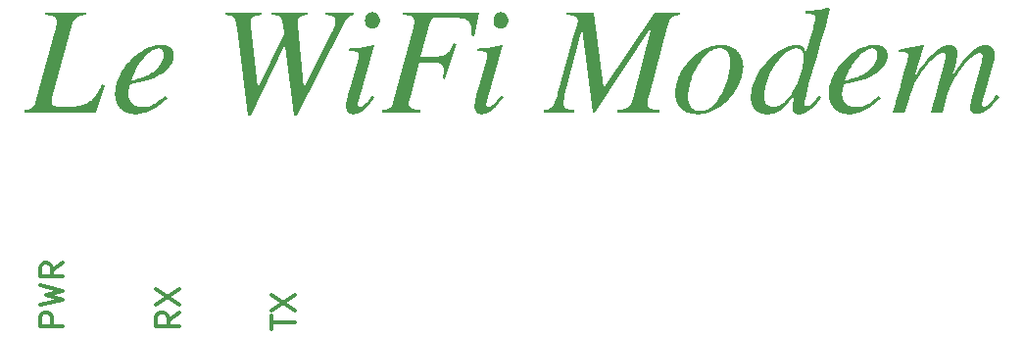
<source format=gbr>
%TF.GenerationSoftware,KiCad,Pcbnew,(6.0.11)*%
%TF.CreationDate,2024-01-03T20:32:57+00:00*%
%TF.ProjectId,LeWiFiModemCase,4c655769-4669-44d6-9f64-656d43617365,rev?*%
%TF.SameCoordinates,Original*%
%TF.FileFunction,Legend,Top*%
%TF.FilePolarity,Positive*%
%FSLAX46Y46*%
G04 Gerber Fmt 4.6, Leading zero omitted, Abs format (unit mm)*
G04 Created by KiCad (PCBNEW (6.0.11)) date 2024-01-03 20:32:57*
%MOMM*%
%LPD*%
G01*
G04 APERTURE LIST*
%ADD10C,0.000000*%
%ADD11C,0.300000*%
G04 APERTURE END LIST*
D10*
G36*
X146934383Y-83637130D02*
G01*
X146659603Y-83610961D01*
X146659603Y-83493198D01*
X146672687Y-83349266D01*
X146677006Y-83305155D01*
X146680252Y-83261351D01*
X146682577Y-83218161D01*
X146684136Y-83175890D01*
X146685082Y-83134846D01*
X146685567Y-83095336D01*
X146685772Y-83022144D01*
X146679782Y-82886057D01*
X146661161Y-82762083D01*
X146628931Y-82649764D01*
X146607408Y-82597830D01*
X146582116Y-82548638D01*
X146552933Y-82502129D01*
X146519736Y-82458246D01*
X146482405Y-82416931D01*
X146440816Y-82378127D01*
X146394847Y-82341776D01*
X146344376Y-82307822D01*
X146229440Y-82246870D01*
X146095030Y-82194813D01*
X145940169Y-82151188D01*
X145763879Y-82115538D01*
X145565182Y-82087400D01*
X145343101Y-82066317D01*
X145096659Y-82051826D01*
X144824877Y-82043470D01*
X144526779Y-82040786D01*
X144068813Y-82040786D01*
X143953877Y-82039434D01*
X143849157Y-82040402D01*
X143754135Y-82043861D01*
X143710100Y-82046579D01*
X143668295Y-82049985D01*
X143628656Y-82054100D01*
X143591118Y-82058945D01*
X143555617Y-82064543D01*
X143522087Y-82070915D01*
X143490465Y-82078082D01*
X143460685Y-82086066D01*
X143432683Y-82094889D01*
X143406394Y-82104572D01*
X143381753Y-82115137D01*
X143358696Y-82126605D01*
X143337158Y-82138998D01*
X143317075Y-82152337D01*
X143298381Y-82166644D01*
X143281012Y-82181940D01*
X143264903Y-82198248D01*
X143249990Y-82215588D01*
X143236207Y-82233983D01*
X143223491Y-82253453D01*
X143211777Y-82274021D01*
X143200999Y-82295707D01*
X143191093Y-82318534D01*
X143181995Y-82342523D01*
X143173639Y-82367695D01*
X143165962Y-82394073D01*
X142315448Y-85482086D01*
X142707730Y-85476898D01*
X143053052Y-85470023D01*
X143355363Y-85459775D01*
X143618612Y-85444467D01*
X143736821Y-85434389D01*
X143846746Y-85422412D01*
X143948879Y-85408328D01*
X144043714Y-85391924D01*
X144131745Y-85372990D01*
X144213465Y-85351315D01*
X144289368Y-85326688D01*
X144359947Y-85298899D01*
X144425696Y-85267736D01*
X144487108Y-85232989D01*
X144544678Y-85194447D01*
X144598898Y-85151899D01*
X144650262Y-85105135D01*
X144699263Y-85053942D01*
X144746396Y-84998111D01*
X144792154Y-84937431D01*
X144837030Y-84871690D01*
X144881518Y-84800679D01*
X144971304Y-84642000D01*
X145065459Y-84459707D01*
X145167934Y-84252113D01*
X145416545Y-84317539D01*
X144435184Y-87418636D01*
X144212745Y-87353214D01*
X144239221Y-87208386D01*
X144260176Y-87085178D01*
X144276225Y-86979452D01*
X144287981Y-86887066D01*
X144296056Y-86803880D01*
X144301065Y-86725755D01*
X144303621Y-86648551D01*
X144304336Y-86568126D01*
X144304030Y-86543823D01*
X144303113Y-86519981D01*
X144301587Y-86496605D01*
X144299455Y-86473696D01*
X144296719Y-86451256D01*
X144293382Y-86429288D01*
X144289446Y-86407795D01*
X144284913Y-86386779D01*
X144279786Y-86366241D01*
X144274068Y-86346186D01*
X144267760Y-86326614D01*
X144260865Y-86307529D01*
X144253385Y-86288932D01*
X144245323Y-86270827D01*
X144236681Y-86253215D01*
X144227462Y-86236099D01*
X144217668Y-86219481D01*
X144207302Y-86203364D01*
X144196364Y-86187751D01*
X144184860Y-86172642D01*
X144172790Y-86158042D01*
X144160156Y-86143952D01*
X144146962Y-86130375D01*
X144133210Y-86117313D01*
X144118902Y-86104769D01*
X144104041Y-86092744D01*
X144088628Y-86081242D01*
X144072667Y-86070265D01*
X144056159Y-86059814D01*
X144039108Y-86049894D01*
X144021515Y-86040505D01*
X144003383Y-86031650D01*
X143959580Y-86009492D01*
X143936969Y-86000110D01*
X143913017Y-85991781D01*
X143887071Y-85984450D01*
X143858480Y-85978057D01*
X143826592Y-85972547D01*
X143790756Y-85967860D01*
X143704632Y-85960730D01*
X143594894Y-85956206D01*
X143456328Y-85953830D01*
X143283721Y-85953140D01*
X143069865Y-85952526D01*
X142829022Y-85948233D01*
X142693114Y-85943555D01*
X142544019Y-85936578D01*
X142379590Y-85926841D01*
X142197681Y-85913883D01*
X141412593Y-88884132D01*
X141381236Y-88990447D01*
X141355551Y-89084494D01*
X141344693Y-89127301D01*
X141335081Y-89167501D01*
X141326657Y-89205248D01*
X141319364Y-89240694D01*
X141313144Y-89273994D01*
X141307940Y-89305301D01*
X141303695Y-89334767D01*
X141300350Y-89362547D01*
X141297849Y-89388793D01*
X141296133Y-89413659D01*
X141295146Y-89437299D01*
X141294830Y-89459865D01*
X141297667Y-89532895D01*
X141306484Y-89600041D01*
X141321741Y-89661551D01*
X141331928Y-89690271D01*
X141343898Y-89717676D01*
X141357708Y-89743796D01*
X141373415Y-89768664D01*
X141391078Y-89792309D01*
X141410753Y-89814764D01*
X141432498Y-89836059D01*
X141456371Y-89856226D01*
X141482429Y-89875295D01*
X141510729Y-89893298D01*
X141574288Y-89926230D01*
X141647506Y-89955272D01*
X141730845Y-89980671D01*
X141824765Y-90002678D01*
X141929724Y-90021542D01*
X142046184Y-90037511D01*
X142174604Y-90050835D01*
X142315444Y-90061763D01*
X142315444Y-90271121D01*
X138965736Y-90271121D01*
X138965736Y-90061763D01*
X139100263Y-90042261D01*
X139220071Y-90022279D01*
X139326384Y-90000725D01*
X139420431Y-89976507D01*
X139463238Y-89963058D01*
X139503437Y-89948533D01*
X139541184Y-89932796D01*
X139576630Y-89915709D01*
X139609930Y-89897137D01*
X139641237Y-89876944D01*
X139670703Y-89854991D01*
X139698483Y-89831144D01*
X139724729Y-89805264D01*
X139749595Y-89777217D01*
X139773235Y-89746864D01*
X139795801Y-89714071D01*
X139817447Y-89678699D01*
X139838327Y-89640612D01*
X139878399Y-89555749D01*
X139917245Y-89458390D01*
X139956090Y-89347440D01*
X139996163Y-89221808D01*
X140038688Y-89080402D01*
X141621948Y-83218414D01*
X141650111Y-83097047D01*
X141675514Y-82978593D01*
X141697851Y-82863513D01*
X141716813Y-82752267D01*
X141732096Y-82645314D01*
X141743391Y-82543115D01*
X141750394Y-82446129D01*
X141752189Y-82399734D01*
X141752796Y-82354816D01*
X141752567Y-82340098D01*
X141751889Y-82325398D01*
X141749218Y-82296113D01*
X141744861Y-82267098D01*
X141738893Y-82238485D01*
X141731393Y-82210408D01*
X141722436Y-82183002D01*
X141712098Y-82156402D01*
X141700458Y-82130740D01*
X141687590Y-82106152D01*
X141673573Y-82082771D01*
X141658482Y-82060733D01*
X141642394Y-82040170D01*
X141625387Y-82021217D01*
X141616562Y-82012386D01*
X141607536Y-82004008D01*
X141598318Y-81996100D01*
X141588918Y-81988678D01*
X141579346Y-81981759D01*
X141569610Y-81975360D01*
X141513770Y-81944463D01*
X141486722Y-81931342D01*
X141459003Y-81919545D01*
X141429674Y-81908897D01*
X141397796Y-81899227D01*
X141362429Y-81890363D01*
X141322634Y-81882130D01*
X141226006Y-81866873D01*
X141100396Y-81852075D01*
X140938293Y-81836358D01*
X140732181Y-81818340D01*
X140732181Y-81608982D01*
X147340004Y-81608982D01*
X146934383Y-83637130D01*
G37*
G36*
X116188769Y-87305530D02*
G01*
X116269537Y-87121570D01*
X116359294Y-86939967D01*
X116457622Y-86761160D01*
X116564100Y-86585587D01*
X116678309Y-86413688D01*
X116799831Y-86245899D01*
X116928246Y-86082661D01*
X117063135Y-85924411D01*
X117204078Y-85771587D01*
X117350657Y-85624629D01*
X117502451Y-85483974D01*
X117659042Y-85350061D01*
X117820010Y-85223329D01*
X117984936Y-85104216D01*
X118153401Y-84993160D01*
X118324985Y-84890600D01*
X118499269Y-84796975D01*
X118675835Y-84712722D01*
X118854262Y-84638280D01*
X119034131Y-84574088D01*
X119215023Y-84520584D01*
X119396519Y-84478206D01*
X119578200Y-84447394D01*
X119759645Y-84428585D01*
X119940437Y-84422218D01*
X120001001Y-84423210D01*
X120060008Y-84426173D01*
X120117434Y-84431080D01*
X120173254Y-84437909D01*
X120227445Y-84446636D01*
X120279983Y-84457236D01*
X120330844Y-84469686D01*
X120380004Y-84483962D01*
X120427439Y-84500039D01*
X120473125Y-84517894D01*
X120517037Y-84537503D01*
X120559153Y-84558842D01*
X120599448Y-84581886D01*
X120637899Y-84606613D01*
X120674480Y-84632997D01*
X120709168Y-84661016D01*
X120741940Y-84690644D01*
X120772772Y-84721859D01*
X120801638Y-84754636D01*
X120828516Y-84788951D01*
X120853382Y-84824780D01*
X120876210Y-84862099D01*
X120896979Y-84900885D01*
X120915663Y-84941113D01*
X120932238Y-84982759D01*
X120946682Y-85025800D01*
X120958969Y-85070211D01*
X120969075Y-85115968D01*
X120976978Y-85163048D01*
X120982652Y-85211427D01*
X120986074Y-85261081D01*
X120987220Y-85311984D01*
X120983105Y-85418343D01*
X120970861Y-85523896D01*
X120950639Y-85628530D01*
X120922589Y-85732128D01*
X120886862Y-85834577D01*
X120843610Y-85935760D01*
X120792984Y-86035564D01*
X120735133Y-86133872D01*
X120598366Y-86325544D01*
X120434515Y-86509856D01*
X120244789Y-86685887D01*
X120030394Y-86852719D01*
X119792539Y-87009430D01*
X119532431Y-87155101D01*
X119251277Y-87288811D01*
X118950285Y-87409641D01*
X118630663Y-87516671D01*
X118293617Y-87608980D01*
X117940356Y-87685649D01*
X117572088Y-87745757D01*
X117205713Y-87798095D01*
X117165718Y-87963930D01*
X117133543Y-88101704D01*
X117108421Y-88216477D01*
X117098266Y-88266820D01*
X117089586Y-88313310D01*
X117082286Y-88356579D01*
X117076271Y-88397262D01*
X117071444Y-88435989D01*
X117067710Y-88473393D01*
X117064972Y-88510108D01*
X117063135Y-88546765D01*
X117062103Y-88583997D01*
X117061780Y-88622436D01*
X117063192Y-88689169D01*
X117067400Y-88754405D01*
X117074363Y-88818103D01*
X117084040Y-88880222D01*
X117096391Y-88940722D01*
X117111376Y-88999560D01*
X117128952Y-89056698D01*
X117149081Y-89112094D01*
X117171720Y-89165708D01*
X117196830Y-89217498D01*
X117224368Y-89267424D01*
X117254296Y-89315445D01*
X117286572Y-89361521D01*
X117321154Y-89405611D01*
X117358004Y-89447673D01*
X117397079Y-89487668D01*
X117438339Y-89525555D01*
X117481744Y-89561293D01*
X117527252Y-89594840D01*
X117574823Y-89626157D01*
X117624416Y-89655203D01*
X117675991Y-89681937D01*
X117729506Y-89706318D01*
X117784921Y-89728305D01*
X117842196Y-89747859D01*
X117901289Y-89764937D01*
X117962159Y-89779500D01*
X118024767Y-89791506D01*
X118089071Y-89800915D01*
X118155030Y-89807686D01*
X118222605Y-89811779D01*
X118291753Y-89813152D01*
X118398032Y-89810609D01*
X118501647Y-89802623D01*
X118603613Y-89788656D01*
X118704947Y-89768173D01*
X118806664Y-89740636D01*
X118909780Y-89705510D01*
X119015311Y-89662256D01*
X119124273Y-89610339D01*
X119237682Y-89549221D01*
X119356554Y-89478367D01*
X119481904Y-89397239D01*
X119614749Y-89305300D01*
X119756103Y-89202015D01*
X119906984Y-89086846D01*
X120068407Y-88959256D01*
X120241388Y-88818710D01*
X120411489Y-88988811D01*
X120259299Y-89151457D01*
X120102335Y-89305555D01*
X119941040Y-89450836D01*
X119775854Y-89587032D01*
X119607218Y-89713874D01*
X119435573Y-89831094D01*
X119261359Y-89938424D01*
X119085018Y-90035595D01*
X118906990Y-90122339D01*
X118727716Y-90198388D01*
X118547637Y-90263473D01*
X118367194Y-90317327D01*
X118186827Y-90359680D01*
X118006978Y-90390264D01*
X117828088Y-90408812D01*
X117650596Y-90415054D01*
X117554657Y-90412919D01*
X117460704Y-90406566D01*
X117368806Y-90396067D01*
X117279034Y-90381498D01*
X117191456Y-90362933D01*
X117106143Y-90340445D01*
X117023163Y-90314110D01*
X116942586Y-90284001D01*
X116864482Y-90250193D01*
X116788919Y-90212760D01*
X116715969Y-90171776D01*
X116645699Y-90127316D01*
X116578180Y-90079453D01*
X116513481Y-90028263D01*
X116451671Y-89973819D01*
X116392820Y-89916195D01*
X116336997Y-89855467D01*
X116284273Y-89791708D01*
X116234716Y-89724992D01*
X116188395Y-89655394D01*
X116145382Y-89582988D01*
X116105743Y-89507848D01*
X116069551Y-89430049D01*
X116036872Y-89349664D01*
X116007779Y-89266769D01*
X115982339Y-89181437D01*
X115960622Y-89093743D01*
X115942698Y-89003760D01*
X115928636Y-88911564D01*
X115918505Y-88817229D01*
X115912376Y-88720828D01*
X115910318Y-88622436D01*
X115916420Y-88434249D01*
X115934446Y-88245351D01*
X115963978Y-88056179D01*
X116004595Y-87867173D01*
X116055879Y-87678770D01*
X116111230Y-87510227D01*
X117297309Y-87510227D01*
X117505702Y-87456943D01*
X117699718Y-87404732D01*
X117880318Y-87353134D01*
X118048459Y-87301690D01*
X118205100Y-87249938D01*
X118351198Y-87197420D01*
X118487713Y-87143675D01*
X118615603Y-87088244D01*
X118735826Y-87030666D01*
X118849341Y-86970480D01*
X118957105Y-86907229D01*
X119060077Y-86840450D01*
X119159216Y-86769685D01*
X119255480Y-86694473D01*
X119349827Y-86614354D01*
X119443216Y-86528869D01*
X119519712Y-86454229D01*
X119592106Y-86377653D01*
X119660284Y-86299352D01*
X119724130Y-86219536D01*
X119783529Y-86138417D01*
X119838366Y-86056206D01*
X119888526Y-85973113D01*
X119933895Y-85889349D01*
X119974357Y-85805126D01*
X120009797Y-85720653D01*
X120040101Y-85636141D01*
X120065152Y-85551803D01*
X120084837Y-85467847D01*
X120099040Y-85384486D01*
X120107646Y-85301930D01*
X120110540Y-85220390D01*
X120110006Y-85192485D01*
X120108416Y-85165210D01*
X120105785Y-85138582D01*
X120102132Y-85112618D01*
X120097472Y-85087335D01*
X120091823Y-85062748D01*
X120085201Y-85038876D01*
X120077623Y-85015734D01*
X120069106Y-84993340D01*
X120059667Y-84971710D01*
X120049322Y-84950862D01*
X120038088Y-84930811D01*
X120025982Y-84911574D01*
X120013020Y-84893169D01*
X119999220Y-84875613D01*
X119984599Y-84858921D01*
X119969172Y-84843111D01*
X119952957Y-84828199D01*
X119935970Y-84814203D01*
X119918229Y-84801139D01*
X119899750Y-84789023D01*
X119880550Y-84777873D01*
X119860645Y-84767705D01*
X119840053Y-84758536D01*
X119818789Y-84750384D01*
X119796872Y-84743263D01*
X119774318Y-84737193D01*
X119751142Y-84732188D01*
X119727364Y-84728266D01*
X119702998Y-84725445D01*
X119678062Y-84723739D01*
X119652572Y-84723167D01*
X119589079Y-84726131D01*
X119523826Y-84734916D01*
X119456974Y-84749366D01*
X119388679Y-84769322D01*
X119319099Y-84794625D01*
X119248394Y-84825117D01*
X119104238Y-84901038D01*
X118957474Y-84995820D01*
X118809370Y-85108197D01*
X118661188Y-85236905D01*
X118514195Y-85380678D01*
X118369655Y-85538252D01*
X118228834Y-85708360D01*
X118092996Y-85889739D01*
X117963406Y-86081124D01*
X117841330Y-86281248D01*
X117728033Y-86488848D01*
X117624780Y-86702658D01*
X117532835Y-86921413D01*
X117297309Y-87510227D01*
X116111230Y-87510227D01*
X116117410Y-87491410D01*
X116188769Y-87305530D01*
G37*
G36*
X128589496Y-81818340D02*
G01*
X128447234Y-81838066D01*
X128319290Y-81858386D01*
X128204955Y-81879894D01*
X128103519Y-81903185D01*
X128057417Y-81915685D01*
X128014274Y-81928853D01*
X127974001Y-81942764D01*
X127936509Y-81957492D01*
X127901711Y-81973112D01*
X127869517Y-81989697D01*
X127839839Y-82007321D01*
X127812587Y-82026060D01*
X127787674Y-82045987D01*
X127765011Y-82067177D01*
X127744509Y-82089704D01*
X127726080Y-82113641D01*
X127709634Y-82139065D01*
X127695083Y-82166048D01*
X127682339Y-82194665D01*
X127671313Y-82224990D01*
X127661916Y-82257098D01*
X127654059Y-82291062D01*
X127647655Y-82326958D01*
X127642613Y-82364859D01*
X127638846Y-82404839D01*
X127636266Y-82446974D01*
X127634307Y-82538001D01*
X127634512Y-82576029D01*
X127634997Y-82600103D01*
X127635943Y-82626324D01*
X127637502Y-82653771D01*
X127639827Y-82681526D01*
X127643073Y-82708667D01*
X127645089Y-82721720D01*
X127647392Y-82734275D01*
X128275463Y-88125213D01*
X130526050Y-83506275D01*
X130395202Y-82590339D01*
X130377274Y-82476297D01*
X130357276Y-82374159D01*
X130334365Y-82283252D01*
X130307697Y-82202906D01*
X130292691Y-82166484D01*
X130276429Y-82132451D01*
X130258806Y-82100722D01*
X130239717Y-82071215D01*
X130219057Y-82043844D01*
X130196719Y-82018527D01*
X130172599Y-81995180D01*
X130146590Y-81973718D01*
X130118589Y-81954057D01*
X130088488Y-81936115D01*
X130056183Y-81919806D01*
X130021569Y-81905048D01*
X129984540Y-81891756D01*
X129944990Y-81879846D01*
X129857907Y-81859839D01*
X129759477Y-81844355D01*
X129648857Y-81832724D01*
X129525203Y-81824274D01*
X129387672Y-81818336D01*
X129387672Y-81608981D01*
X132541107Y-81608981D01*
X132554191Y-81818336D01*
X132428046Y-81833619D01*
X132314167Y-81850435D01*
X132211942Y-81869398D01*
X132120758Y-81891121D01*
X132079114Y-81903209D01*
X132040000Y-81916217D01*
X132003340Y-81930222D01*
X131969056Y-81945301D01*
X131937072Y-81961529D01*
X131907312Y-81978984D01*
X131879698Y-81997742D01*
X131854155Y-82017880D01*
X131830604Y-82039475D01*
X131808971Y-82062604D01*
X131789178Y-82087342D01*
X131771148Y-82113767D01*
X131754804Y-82141956D01*
X131740071Y-82171984D01*
X131726871Y-82203930D01*
X131715128Y-82237868D01*
X131704765Y-82273877D01*
X131695705Y-82312032D01*
X131687872Y-82352411D01*
X131681189Y-82395090D01*
X131670967Y-82487654D01*
X131664424Y-82590339D01*
X131664424Y-82786613D01*
X132253242Y-88125213D01*
X134687011Y-83244583D01*
X134720286Y-83174501D01*
X134751414Y-83106528D01*
X134780395Y-83040625D01*
X134807229Y-82976753D01*
X134831916Y-82914875D01*
X134854457Y-82854952D01*
X134874850Y-82796946D01*
X134893097Y-82740818D01*
X134909198Y-82686530D01*
X134923151Y-82634044D01*
X134934958Y-82583321D01*
X134944618Y-82534323D01*
X134952132Y-82487012D01*
X134957498Y-82441350D01*
X134960718Y-82397297D01*
X134961792Y-82354816D01*
X134959996Y-82287121D01*
X134954176Y-82226039D01*
X134943679Y-82171129D01*
X134936473Y-82145850D01*
X134927853Y-82121949D01*
X134917738Y-82099371D01*
X134906047Y-82078060D01*
X134892698Y-82057961D01*
X134877610Y-82039019D01*
X134860700Y-82021180D01*
X134841888Y-82004388D01*
X134821093Y-81988587D01*
X134798232Y-81973723D01*
X134773225Y-81959741D01*
X134745989Y-81946586D01*
X134684507Y-81922534D01*
X134613135Y-81901127D01*
X134531221Y-81881925D01*
X134438114Y-81864486D01*
X134333161Y-81848369D01*
X134215711Y-81833134D01*
X134085113Y-81818340D01*
X134085113Y-81608982D01*
X136545051Y-81608982D01*
X136545051Y-81818336D01*
X136453815Y-81847464D01*
X136370860Y-81876554D01*
X136295265Y-81906487D01*
X136226110Y-81938145D01*
X136162475Y-81972410D01*
X136103440Y-82010163D01*
X136048086Y-82052287D01*
X135995491Y-82099662D01*
X135944737Y-82153170D01*
X135894902Y-82213694D01*
X135845068Y-82282114D01*
X135794313Y-82359313D01*
X135741718Y-82446173D01*
X135686364Y-82543574D01*
X135627329Y-82652398D01*
X135563694Y-82773529D01*
X131612083Y-90506645D01*
X131350387Y-90506645D01*
X130617641Y-84487636D01*
X130552215Y-84487636D01*
X127673561Y-90506645D01*
X127411865Y-90506645D01*
X126535179Y-83650207D01*
X126504464Y-83433030D01*
X126475915Y-83237014D01*
X126449245Y-83060931D01*
X126424165Y-82903556D01*
X126400388Y-82763661D01*
X126377627Y-82640020D01*
X126355595Y-82531406D01*
X126334003Y-82436592D01*
X126312564Y-82354352D01*
X126301813Y-82317564D01*
X126290992Y-82283459D01*
X126280065Y-82251884D01*
X126268997Y-82222686D01*
X126257752Y-82195712D01*
X126246293Y-82170807D01*
X126234585Y-82147819D01*
X126222592Y-82126595D01*
X126210278Y-82106981D01*
X126197607Y-82088823D01*
X126184544Y-82071969D01*
X126171051Y-82056265D01*
X126157093Y-82041558D01*
X126142635Y-82027694D01*
X126120331Y-82006511D01*
X126097298Y-81987034D01*
X126073115Y-81969129D01*
X126047361Y-81952661D01*
X126019613Y-81937497D01*
X125989451Y-81923501D01*
X125956451Y-81910541D01*
X125920194Y-81898482D01*
X125880256Y-81887189D01*
X125836216Y-81876529D01*
X125787654Y-81866367D01*
X125734146Y-81856569D01*
X125610608Y-81837529D01*
X125462230Y-81818336D01*
X125462230Y-81608981D01*
X128589496Y-81608981D01*
X128589496Y-81818340D01*
G37*
G36*
X113450380Y-81818340D02*
G01*
X113306013Y-81832811D01*
X113171919Y-81851921D01*
X113047639Y-81876015D01*
X112989035Y-81890038D01*
X112932713Y-81905437D01*
X112878613Y-81922253D01*
X112826680Y-81940532D01*
X112776855Y-81960315D01*
X112729080Y-81981646D01*
X112683300Y-82004567D01*
X112639455Y-82029123D01*
X112597488Y-82055356D01*
X112557342Y-82083309D01*
X112518960Y-82113025D01*
X112482284Y-82144548D01*
X112447255Y-82177920D01*
X112413818Y-82213186D01*
X112381914Y-82250387D01*
X112351486Y-82289567D01*
X112322477Y-82330769D01*
X112294828Y-82374037D01*
X112268483Y-82419413D01*
X112243383Y-82466940D01*
X112219472Y-82516662D01*
X112196692Y-82568622D01*
X112154294Y-82679427D01*
X112115730Y-82799701D01*
X110545555Y-88687862D01*
X110517392Y-88786816D01*
X110491989Y-88885769D01*
X110469653Y-88982269D01*
X110450690Y-89073863D01*
X110435407Y-89158096D01*
X110424111Y-89232516D01*
X110417109Y-89294669D01*
X110415314Y-89320379D01*
X110414707Y-89342101D01*
X110418729Y-89401152D01*
X110430935Y-89455698D01*
X110440173Y-89481312D01*
X110451537Y-89505836D01*
X110465051Y-89529282D01*
X110480744Y-89551662D01*
X110498641Y-89572987D01*
X110518769Y-89593270D01*
X110565821Y-89630758D01*
X110622112Y-89664220D01*
X110687852Y-89693754D01*
X110763253Y-89719454D01*
X110848525Y-89741416D01*
X110943878Y-89759736D01*
X111049524Y-89774511D01*
X111165674Y-89785836D01*
X111292539Y-89793806D01*
X111430328Y-89798518D01*
X111579254Y-89800067D01*
X111777749Y-89798058D01*
X111966278Y-89791966D01*
X112145299Y-89781696D01*
X112315274Y-89767152D01*
X112476662Y-89748237D01*
X112629923Y-89724857D01*
X112775517Y-89696915D01*
X112913904Y-89664315D01*
X113045545Y-89626961D01*
X113170898Y-89584759D01*
X113290425Y-89537611D01*
X113404584Y-89485422D01*
X113513837Y-89428096D01*
X113618643Y-89365537D01*
X113719463Y-89297650D01*
X113816755Y-89224338D01*
X113888006Y-89163620D01*
X113954963Y-89103534D01*
X114018240Y-89043180D01*
X114078451Y-88981657D01*
X114136208Y-88918064D01*
X114192125Y-88851499D01*
X114246815Y-88781063D01*
X114300892Y-88705854D01*
X114354969Y-88624972D01*
X114409660Y-88537515D01*
X114465577Y-88442583D01*
X114523334Y-88339275D01*
X114646822Y-88103927D01*
X114785030Y-87824264D01*
X115059810Y-87902774D01*
X114300893Y-90271121D01*
X108072528Y-90271121D01*
X108072528Y-90061763D01*
X108204897Y-90037517D01*
X108323081Y-90013155D01*
X108428233Y-89987644D01*
X108521500Y-89959948D01*
X108564037Y-89944957D01*
X108604034Y-89929031D01*
X108641635Y-89912042D01*
X108676984Y-89893860D01*
X108710225Y-89874355D01*
X108741501Y-89853398D01*
X108770956Y-89830860D01*
X108798734Y-89806611D01*
X108824979Y-89780522D01*
X108849834Y-89752464D01*
X108873443Y-89722307D01*
X108895950Y-89689922D01*
X108917499Y-89655179D01*
X108938233Y-89617949D01*
X108977832Y-89535511D01*
X109015898Y-89441573D01*
X109053581Y-89335099D01*
X109092030Y-89215055D01*
X109132396Y-89080406D01*
X110715656Y-83218414D01*
X110751895Y-83078902D01*
X110782308Y-82953651D01*
X110807200Y-82840973D01*
X110826878Y-82739183D01*
X110834858Y-82691843D01*
X110841650Y-82646593D01*
X110847291Y-82603221D01*
X110851821Y-82561516D01*
X110855278Y-82521268D01*
X110857699Y-82482267D01*
X110859124Y-82444300D01*
X110859590Y-82407157D01*
X110857181Y-82334562D01*
X110849521Y-82268617D01*
X110835957Y-82208921D01*
X110826758Y-82181290D01*
X110815838Y-82155071D01*
X110803116Y-82130212D01*
X110788512Y-82106664D01*
X110771943Y-82084376D01*
X110753327Y-82063298D01*
X110732584Y-82043380D01*
X110709632Y-82024571D01*
X110684390Y-82006821D01*
X110656776Y-81990079D01*
X110594105Y-81959421D01*
X110520970Y-81932194D01*
X110436717Y-81907995D01*
X110340696Y-81886423D01*
X110232255Y-81867073D01*
X110110741Y-81849544D01*
X109975504Y-81833434D01*
X109825891Y-81818340D01*
X109825891Y-81608982D01*
X113450380Y-81608982D01*
X113450380Y-81818340D01*
G37*
G36*
X138298408Y-84448383D02*
G01*
X137094608Y-88714027D01*
X137084231Y-88753231D01*
X137072935Y-88792129D01*
X137061026Y-88830413D01*
X137048810Y-88867776D01*
X137003013Y-89001895D01*
X136974850Y-89092671D01*
X136949447Y-89178540D01*
X136927110Y-89259502D01*
X136908148Y-89335557D01*
X136892865Y-89406705D01*
X136886700Y-89440439D01*
X136881570Y-89472946D01*
X136877513Y-89504227D01*
X136874567Y-89534281D01*
X136872772Y-89563109D01*
X136872165Y-89590709D01*
X136872469Y-89600482D01*
X136873366Y-89610164D01*
X136874839Y-89619740D01*
X136876867Y-89629197D01*
X136879433Y-89638520D01*
X136882515Y-89647694D01*
X136886096Y-89656705D01*
X136890156Y-89665538D01*
X136894676Y-89674180D01*
X136899638Y-89682617D01*
X136905020Y-89690832D01*
X136910805Y-89698813D01*
X136916974Y-89706545D01*
X136923507Y-89714013D01*
X136930384Y-89721203D01*
X136937588Y-89728101D01*
X136945098Y-89734692D01*
X136952896Y-89740962D01*
X136960962Y-89746897D01*
X136969277Y-89752482D01*
X136977822Y-89757702D01*
X136986578Y-89762544D01*
X136995526Y-89766994D01*
X137004647Y-89771036D01*
X137013920Y-89774656D01*
X137023328Y-89777840D01*
X137032851Y-89780574D01*
X137042470Y-89782843D01*
X137052165Y-89784633D01*
X137061918Y-89785929D01*
X137071709Y-89786717D01*
X137081520Y-89786983D01*
X137104511Y-89785456D01*
X137129284Y-89780901D01*
X137155783Y-89773355D01*
X137183950Y-89762858D01*
X137213726Y-89749447D01*
X137245055Y-89733161D01*
X137277879Y-89714039D01*
X137312141Y-89692118D01*
X137347782Y-89667437D01*
X137384746Y-89640034D01*
X137422975Y-89609948D01*
X137462412Y-89577217D01*
X137502999Y-89541879D01*
X137544678Y-89503973D01*
X137587392Y-89463536D01*
X137631084Y-89420608D01*
X137678312Y-89372613D01*
X137724313Y-89323699D01*
X137772768Y-89269265D01*
X137827356Y-89204710D01*
X137891758Y-89125435D01*
X137969653Y-89026839D01*
X138180645Y-88753284D01*
X138350746Y-88910301D01*
X138211422Y-89110486D01*
X138077676Y-89294284D01*
X137948952Y-89462173D01*
X137824693Y-89614632D01*
X137704345Y-89752140D01*
X137587352Y-89875178D01*
X137473157Y-89984223D01*
X137361204Y-90079756D01*
X137305895Y-90122604D01*
X137250939Y-90162254D01*
X137196265Y-90198766D01*
X137141804Y-90232199D01*
X137087487Y-90262613D01*
X137033244Y-90290068D01*
X136979006Y-90314624D01*
X136924704Y-90336341D01*
X136870267Y-90355278D01*
X136815627Y-90371496D01*
X136760713Y-90385055D01*
X136705457Y-90396014D01*
X136649789Y-90404434D01*
X136593639Y-90410374D01*
X136536939Y-90413894D01*
X136479618Y-90415054D01*
X136443354Y-90414288D01*
X136408169Y-90411997D01*
X136374066Y-90408186D01*
X136341052Y-90402863D01*
X136309130Y-90396036D01*
X136278305Y-90387712D01*
X136248582Y-90377897D01*
X136219966Y-90366599D01*
X136192462Y-90353825D01*
X136166074Y-90339583D01*
X136140808Y-90323879D01*
X136116667Y-90306721D01*
X136093658Y-90288115D01*
X136071784Y-90268070D01*
X136051051Y-90246592D01*
X136031463Y-90223688D01*
X136013025Y-90199367D01*
X135995741Y-90173633D01*
X135979618Y-90146496D01*
X135964658Y-90117962D01*
X135950868Y-90088039D01*
X135938252Y-90056733D01*
X135926815Y-90024051D01*
X135916561Y-89990002D01*
X135899624Y-89917828D01*
X135887478Y-89840268D01*
X135880163Y-89757379D01*
X135877716Y-89669219D01*
X135881549Y-89564413D01*
X135893663Y-89444120D01*
X135914977Y-89305120D01*
X135946412Y-89144192D01*
X135988886Y-88958117D01*
X136043322Y-88743675D01*
X136110637Y-88497645D01*
X136191753Y-88216808D01*
X136845993Y-85874629D01*
X136891993Y-85690624D01*
X136912004Y-85607822D01*
X136929408Y-85531153D01*
X136943745Y-85460617D01*
X136949620Y-85427649D01*
X136954556Y-85396215D01*
X136958495Y-85366314D01*
X136961379Y-85337947D01*
X136963152Y-85311113D01*
X136963756Y-85285812D01*
X136964270Y-85239156D01*
X136960510Y-85197157D01*
X136951882Y-85159567D01*
X136945556Y-85142348D01*
X136937791Y-85126137D01*
X136928511Y-85110903D01*
X136917643Y-85096616D01*
X136905112Y-85083244D01*
X136890844Y-85070757D01*
X136874765Y-85059122D01*
X136856800Y-85048309D01*
X136814916Y-85029024D01*
X136764599Y-85012652D01*
X136705254Y-84998944D01*
X136636287Y-84987652D01*
X136557104Y-84978525D01*
X136467111Y-84971315D01*
X136365713Y-84965773D01*
X136126327Y-84958694D01*
X136126327Y-84749336D01*
X136314574Y-84733669D01*
X136496382Y-84714782D01*
X136686163Y-84690683D01*
X136898331Y-84659376D01*
X137447485Y-84567169D01*
X138259151Y-84422214D01*
X138298408Y-84448383D01*
G37*
G36*
X158095703Y-88151382D02*
G01*
X162492206Y-81608982D01*
X164703533Y-81608982D01*
X164716625Y-81818344D01*
X164577637Y-81842159D01*
X164454213Y-81865342D01*
X164345050Y-81889099D01*
X164248844Y-81914640D01*
X164205192Y-81928456D01*
X164164291Y-81943170D01*
X164125977Y-81958934D01*
X164090089Y-81975898D01*
X164056462Y-81994214D01*
X164024933Y-82014032D01*
X163995341Y-82035503D01*
X163967521Y-82058778D01*
X163941312Y-82084008D01*
X163916549Y-82111344D01*
X163893071Y-82140937D01*
X163870714Y-82172938D01*
X163849316Y-82207498D01*
X163828713Y-82244767D01*
X163808742Y-82284897D01*
X163789241Y-82328039D01*
X163750997Y-82423961D01*
X163712675Y-82533741D01*
X163672973Y-82658587D01*
X163630588Y-82799705D01*
X162060413Y-88674781D01*
X162020416Y-88823927D01*
X161988240Y-88950379D01*
X161963117Y-89058431D01*
X161952962Y-89106898D01*
X161944282Y-89152375D01*
X161936982Y-89195399D01*
X161930967Y-89236506D01*
X161926140Y-89276234D01*
X161922406Y-89315117D01*
X161919668Y-89353695D01*
X161917831Y-89392502D01*
X161916477Y-89472953D01*
X161918023Y-89549718D01*
X161923326Y-89618471D01*
X161933382Y-89679787D01*
X161949188Y-89734241D01*
X161959559Y-89759075D01*
X161971741Y-89782409D01*
X161985860Y-89804314D01*
X162002038Y-89824864D01*
X162020402Y-89844129D01*
X162041075Y-89862182D01*
X162064183Y-89879095D01*
X162089849Y-89894939D01*
X162149357Y-89923709D01*
X162220595Y-89949067D01*
X162304560Y-89971588D01*
X162402248Y-89991847D01*
X162514658Y-90010420D01*
X162642784Y-90027880D01*
X162950176Y-90061767D01*
X162950176Y-90271125D01*
X159325687Y-90271125D01*
X159325687Y-90061767D01*
X159480688Y-90043268D01*
X159622369Y-90021721D01*
X159751514Y-89996533D01*
X159868909Y-89967108D01*
X159923446Y-89950621D01*
X159975341Y-89932853D01*
X160024691Y-89913729D01*
X160071595Y-89893174D01*
X160116151Y-89871114D01*
X160158458Y-89847476D01*
X160198612Y-89822184D01*
X160236714Y-89795165D01*
X160272860Y-89766345D01*
X160307150Y-89735648D01*
X160339681Y-89703001D01*
X160370552Y-89668329D01*
X160399861Y-89631559D01*
X160427705Y-89592616D01*
X160454185Y-89551425D01*
X160479396Y-89507912D01*
X160503439Y-89462004D01*
X160526410Y-89413625D01*
X160548409Y-89362702D01*
X160569534Y-89309161D01*
X160609552Y-89193924D01*
X160647251Y-89067321D01*
X162309017Y-82838958D01*
X157376045Y-90271125D01*
X157153602Y-90271125D01*
X156263839Y-83022144D01*
X154759086Y-88766372D01*
X154735241Y-88865939D01*
X154713084Y-88966733D01*
X154693072Y-89066300D01*
X154675668Y-89162187D01*
X154661330Y-89251940D01*
X154650519Y-89333106D01*
X154643696Y-89403232D01*
X154641923Y-89433389D01*
X154641319Y-89459865D01*
X154644427Y-89528583D01*
X154653918Y-89592528D01*
X154661135Y-89622752D01*
X154670041Y-89651834D01*
X154680667Y-89679790D01*
X154693045Y-89706636D01*
X154707205Y-89732390D01*
X154723179Y-89757068D01*
X154740997Y-89780687D01*
X154760692Y-89803264D01*
X154782294Y-89824815D01*
X154805834Y-89845358D01*
X154831344Y-89864909D01*
X154858854Y-89883485D01*
X154920000Y-89917778D01*
X154989523Y-89948372D01*
X155067671Y-89975400D01*
X155154694Y-89998998D01*
X155250840Y-90019299D01*
X155356359Y-90036438D01*
X155471499Y-90050548D01*
X155596511Y-90061763D01*
X155596511Y-90271121D01*
X152966465Y-90271121D01*
X152966465Y-90061763D01*
X153090837Y-90042366D01*
X153204572Y-90017603D01*
X153308684Y-89986092D01*
X153404191Y-89946455D01*
X153492107Y-89897311D01*
X153573449Y-89837279D01*
X153649233Y-89764981D01*
X153720474Y-89679035D01*
X153788188Y-89578062D01*
X153853391Y-89460683D01*
X153917100Y-89325516D01*
X153980329Y-89171181D01*
X154044095Y-88996300D01*
X154109413Y-88799491D01*
X154177300Y-88579375D01*
X154248771Y-88334571D01*
X155609596Y-83401603D01*
X155645322Y-83264748D01*
X155674609Y-83155648D01*
X155698376Y-83070162D01*
X155717542Y-83004150D01*
X155733029Y-82953472D01*
X155745755Y-82913988D01*
X155766609Y-82852039D01*
X155794771Y-82765660D01*
X155820173Y-82683573D01*
X155842509Y-82606394D01*
X155861471Y-82534734D01*
X155876753Y-82469208D01*
X155882918Y-82438936D01*
X155888048Y-82410428D01*
X155892105Y-82383760D01*
X155895051Y-82359009D01*
X155896846Y-82336251D01*
X155897453Y-82315563D01*
X155893760Y-82260815D01*
X155889130Y-82234694D01*
X155882631Y-82209402D01*
X155874253Y-82184935D01*
X155863988Y-82161287D01*
X155851825Y-82138453D01*
X155837755Y-82116429D01*
X155821768Y-82095210D01*
X155803855Y-82074792D01*
X155762212Y-82036336D01*
X155712749Y-82001024D01*
X155655388Y-81968817D01*
X155590055Y-81939676D01*
X155516670Y-81913564D01*
X155435159Y-81890442D01*
X155345445Y-81870271D01*
X155247449Y-81853014D01*
X155141097Y-81838632D01*
X155026311Y-81827087D01*
X154903015Y-81818340D01*
X154903015Y-81608982D01*
X157310615Y-81608982D01*
X158095703Y-88151382D01*
G37*
G36*
X164319508Y-88780573D02*
G01*
X164313124Y-88676699D01*
X164310985Y-88570098D01*
X164313805Y-88438485D01*
X164322198Y-88306268D01*
X164336063Y-88173611D01*
X164355300Y-88040675D01*
X164379807Y-87907624D01*
X164409486Y-87774622D01*
X164444233Y-87641830D01*
X164483950Y-87509411D01*
X164528536Y-87377530D01*
X164577889Y-87246348D01*
X164690496Y-86986735D01*
X164820968Y-86731875D01*
X164968498Y-86483072D01*
X165132282Y-86241630D01*
X165311515Y-86008850D01*
X165505391Y-85786038D01*
X165713107Y-85574496D01*
X165933856Y-85375528D01*
X166166834Y-85190437D01*
X166287657Y-85103503D01*
X166411235Y-85020526D01*
X166537468Y-84941671D01*
X166666256Y-84867099D01*
X166768864Y-84812508D01*
X166870705Y-84761578D01*
X166971933Y-84714289D01*
X167072702Y-84670623D01*
X167173163Y-84630560D01*
X167273471Y-84594082D01*
X167373779Y-84561168D01*
X167474241Y-84531801D01*
X167575009Y-84505960D01*
X167676237Y-84483627D01*
X167778079Y-84464782D01*
X167880687Y-84449406D01*
X167984215Y-84437481D01*
X168088816Y-84428986D01*
X168194645Y-84423904D01*
X168301853Y-84422214D01*
X168406263Y-84424387D01*
X168508455Y-84430858D01*
X168608357Y-84441556D01*
X168705896Y-84456408D01*
X168801001Y-84475343D01*
X168893600Y-84498288D01*
X168983621Y-84525173D01*
X169070992Y-84555924D01*
X169155641Y-84590470D01*
X169237497Y-84628740D01*
X169316487Y-84670661D01*
X169392540Y-84716161D01*
X169465584Y-84765169D01*
X169535547Y-84817613D01*
X169602356Y-84873420D01*
X169665941Y-84932520D01*
X169726229Y-84994839D01*
X169783148Y-85060307D01*
X169836627Y-85128851D01*
X169886593Y-85200400D01*
X169932976Y-85274881D01*
X169975702Y-85352223D01*
X170014700Y-85432354D01*
X170049898Y-85515202D01*
X170081224Y-85600695D01*
X170108607Y-85688761D01*
X170131974Y-85779328D01*
X170151254Y-85872325D01*
X170166374Y-85967679D01*
X170177264Y-86065320D01*
X170183850Y-86165174D01*
X170186061Y-86267169D01*
X170179676Y-86455212D01*
X170160735Y-86646016D01*
X170129566Y-86838965D01*
X170086494Y-87033449D01*
X170031846Y-87228852D01*
X169965946Y-87424562D01*
X169889121Y-87619965D01*
X169801696Y-87814448D01*
X169703998Y-88007397D01*
X169596352Y-88198200D01*
X169479085Y-88386243D01*
X169352521Y-88570912D01*
X169216987Y-88751595D01*
X169072809Y-88927677D01*
X168920312Y-89098546D01*
X168759822Y-89263587D01*
X168611861Y-89401585D01*
X168462424Y-89530958D01*
X168311569Y-89651667D01*
X168159352Y-89763674D01*
X168005832Y-89866941D01*
X167851066Y-89961430D01*
X167695112Y-90047101D01*
X167538027Y-90123917D01*
X167379869Y-90191839D01*
X167220695Y-90250829D01*
X167060562Y-90300849D01*
X166899529Y-90341861D01*
X166737653Y-90373825D01*
X166574991Y-90396704D01*
X166411600Y-90410460D01*
X166247539Y-90415054D01*
X166136071Y-90413029D01*
X166027411Y-90406984D01*
X165921607Y-90396962D01*
X165818707Y-90383006D01*
X165718758Y-90365159D01*
X165621809Y-90343464D01*
X165527907Y-90317965D01*
X165437101Y-90288703D01*
X165349438Y-90255724D01*
X165264967Y-90219069D01*
X165183734Y-90178782D01*
X165105789Y-90134906D01*
X165031179Y-90087484D01*
X164959952Y-90036559D01*
X164892156Y-89982174D01*
X164827838Y-89924373D01*
X164767048Y-89863199D01*
X164709832Y-89798694D01*
X164656239Y-89730902D01*
X164606316Y-89659866D01*
X164560111Y-89585629D01*
X164517673Y-89508234D01*
X164479049Y-89427725D01*
X164444288Y-89344144D01*
X164413436Y-89257535D01*
X164386543Y-89167941D01*
X164363656Y-89075404D01*
X164344822Y-88979968D01*
X164342226Y-88962646D01*
X165423198Y-88962646D01*
X165424418Y-89028190D01*
X165428048Y-89092312D01*
X165434044Y-89154967D01*
X165442365Y-89216112D01*
X165452967Y-89275705D01*
X165465806Y-89333703D01*
X165480841Y-89390061D01*
X165498026Y-89444738D01*
X165517320Y-89497690D01*
X165538680Y-89548873D01*
X165562061Y-89598246D01*
X165587421Y-89645763D01*
X165614718Y-89691384D01*
X165643907Y-89735063D01*
X165674946Y-89776759D01*
X165707791Y-89816428D01*
X165742400Y-89854027D01*
X165778728Y-89889513D01*
X165816735Y-89922842D01*
X165856375Y-89953972D01*
X165897606Y-89982859D01*
X165940384Y-90009461D01*
X165984668Y-90033734D01*
X166030413Y-90055635D01*
X166077576Y-90075121D01*
X166126115Y-90092148D01*
X166175986Y-90106675D01*
X166227146Y-90118657D01*
X166279551Y-90128051D01*
X166333160Y-90134815D01*
X166387928Y-90138904D01*
X166443813Y-90140277D01*
X166551005Y-90136431D01*
X166656721Y-90124841D01*
X166761019Y-90105431D01*
X166863957Y-90078124D01*
X166965590Y-90042844D01*
X167065979Y-89999513D01*
X167165178Y-89948055D01*
X167263247Y-89888394D01*
X167360243Y-89820453D01*
X167456222Y-89744155D01*
X167551244Y-89659423D01*
X167645364Y-89566181D01*
X167738641Y-89464352D01*
X167831133Y-89353860D01*
X167922896Y-89234628D01*
X168013988Y-89106578D01*
X168127238Y-88937034D01*
X168236099Y-88757964D01*
X168340168Y-88570576D01*
X168439043Y-88376076D01*
X168532320Y-88175673D01*
X168619599Y-87970574D01*
X168700475Y-87761987D01*
X168774547Y-87551119D01*
X168841412Y-87339178D01*
X168900668Y-87127371D01*
X168951912Y-86916905D01*
X168994741Y-86708989D01*
X169028753Y-86504830D01*
X169053546Y-86305635D01*
X169068717Y-86112611D01*
X169073864Y-85926967D01*
X169072795Y-85856667D01*
X169069612Y-85788088D01*
X169064343Y-85721262D01*
X169057022Y-85656224D01*
X169047678Y-85593007D01*
X169036343Y-85531644D01*
X169023049Y-85472169D01*
X169007826Y-85414616D01*
X168990705Y-85359017D01*
X168971717Y-85305407D01*
X168950895Y-85253820D01*
X168928268Y-85204288D01*
X168903869Y-85156845D01*
X168877727Y-85111525D01*
X168849875Y-85068362D01*
X168820343Y-85027388D01*
X168789164Y-84988638D01*
X168756366Y-84952144D01*
X168721983Y-84917941D01*
X168686045Y-84886062D01*
X168648583Y-84856541D01*
X168609628Y-84829411D01*
X168569212Y-84804705D01*
X168527366Y-84782458D01*
X168484120Y-84762702D01*
X168439506Y-84745472D01*
X168393556Y-84730800D01*
X168346299Y-84718721D01*
X168297769Y-84709267D01*
X168247994Y-84702473D01*
X168197008Y-84698373D01*
X168144840Y-84696998D01*
X168144840Y-84697002D01*
X168037050Y-84701596D01*
X167929605Y-84715351D01*
X167822544Y-84738230D01*
X167715904Y-84770195D01*
X167609724Y-84811206D01*
X167504042Y-84861226D01*
X167398897Y-84920216D01*
X167294326Y-84988138D01*
X167190369Y-85064954D01*
X167087064Y-85150624D01*
X166984449Y-85245112D01*
X166882562Y-85348378D01*
X166781442Y-85460384D01*
X166681127Y-85581092D01*
X166581656Y-85710464D01*
X166483066Y-85848461D01*
X166363349Y-86027907D01*
X166249688Y-86212510D01*
X166142313Y-86401598D01*
X166041456Y-86594500D01*
X165947345Y-86790545D01*
X165860211Y-86989063D01*
X165780284Y-87189383D01*
X165707794Y-87390833D01*
X165642970Y-87592744D01*
X165586043Y-87794443D01*
X165537244Y-87995261D01*
X165496801Y-88194527D01*
X165464945Y-88391569D01*
X165441906Y-88585716D01*
X165427913Y-88776299D01*
X165423198Y-88962646D01*
X164342226Y-88962646D01*
X164330090Y-88881677D01*
X164319508Y-88780573D01*
G37*
G36*
X138174348Y-81596888D02*
G01*
X138206956Y-81599817D01*
X138239166Y-81604633D01*
X138270934Y-81611285D01*
X138302212Y-81619719D01*
X138332956Y-81629883D01*
X138363120Y-81641725D01*
X138392658Y-81655190D01*
X138421526Y-81670228D01*
X138449678Y-81686784D01*
X138477067Y-81704807D01*
X138503649Y-81724243D01*
X138529378Y-81745040D01*
X138554209Y-81767145D01*
X138578096Y-81790506D01*
X138600993Y-81815070D01*
X138622855Y-81840783D01*
X138643636Y-81867594D01*
X138663292Y-81895449D01*
X138681775Y-81924297D01*
X138699042Y-81954083D01*
X138715046Y-81984756D01*
X138729742Y-82016263D01*
X138743084Y-82048551D01*
X138755027Y-82081567D01*
X138765526Y-82115259D01*
X138774534Y-82149574D01*
X138782006Y-82184459D01*
X138787897Y-82219861D01*
X138792161Y-82255729D01*
X138794753Y-82292008D01*
X138795627Y-82328647D01*
X138794753Y-82361645D01*
X138792158Y-82394362D01*
X138787886Y-82426749D01*
X138781980Y-82458754D01*
X138774484Y-82490329D01*
X138765439Y-82521421D01*
X138754890Y-82551982D01*
X138742880Y-82581961D01*
X138729451Y-82611307D01*
X138714647Y-82639970D01*
X138698511Y-82667900D01*
X138681085Y-82695047D01*
X138662414Y-82721360D01*
X138642541Y-82746789D01*
X138621507Y-82771283D01*
X138599357Y-82794793D01*
X138576134Y-82817268D01*
X138551880Y-82838657D01*
X138526640Y-82858911D01*
X138500455Y-82877978D01*
X138473369Y-82895810D01*
X138445426Y-82912355D01*
X138416668Y-82927563D01*
X138387138Y-82941383D01*
X138356881Y-82953766D01*
X138325937Y-82964662D01*
X138294352Y-82974019D01*
X138262168Y-82981787D01*
X138229428Y-82987917D01*
X138196175Y-82992358D01*
X138162452Y-82995060D01*
X138128303Y-82995971D01*
X138093116Y-82995170D01*
X138058717Y-82992786D01*
X138025128Y-82988845D01*
X137992371Y-82983372D01*
X137960466Y-82976395D01*
X137929436Y-82967939D01*
X137899301Y-82958032D01*
X137870085Y-82946699D01*
X137841807Y-82933967D01*
X137814491Y-82919862D01*
X137788156Y-82904410D01*
X137762826Y-82887638D01*
X137738521Y-82869573D01*
X137715263Y-82850240D01*
X137693073Y-82829666D01*
X137671974Y-82807877D01*
X137651986Y-82784900D01*
X137633132Y-82760761D01*
X137615432Y-82735487D01*
X137598909Y-82709103D01*
X137583583Y-82681636D01*
X137569477Y-82653112D01*
X137556613Y-82623559D01*
X137545011Y-82593001D01*
X137534693Y-82561466D01*
X137525681Y-82528979D01*
X137517996Y-82495568D01*
X137511660Y-82461259D01*
X137506694Y-82426077D01*
X137503121Y-82390049D01*
X137500961Y-82353203D01*
X137500236Y-82315563D01*
X137500998Y-82276659D01*
X137503268Y-82238479D01*
X137507018Y-82201056D01*
X137512222Y-82164423D01*
X137518854Y-82128615D01*
X137526888Y-82093665D01*
X137536297Y-82059605D01*
X137547055Y-82026471D01*
X137559136Y-81994295D01*
X137572512Y-81963111D01*
X137587159Y-81932952D01*
X137603049Y-81903852D01*
X137620156Y-81875845D01*
X137638454Y-81848964D01*
X137657916Y-81823242D01*
X137678516Y-81798714D01*
X137700228Y-81775412D01*
X137723026Y-81753371D01*
X137746882Y-81732623D01*
X137771771Y-81713203D01*
X137797666Y-81695144D01*
X137824542Y-81678479D01*
X137852370Y-81663241D01*
X137881126Y-81649466D01*
X137910783Y-81637185D01*
X137941315Y-81626433D01*
X137972694Y-81617243D01*
X138004895Y-81609649D01*
X138037892Y-81603684D01*
X138071658Y-81599382D01*
X138106166Y-81596776D01*
X138141389Y-81595900D01*
X138174348Y-81596888D01*
G37*
G36*
X191188082Y-84423242D02*
G01*
X191227596Y-84426297D01*
X191266415Y-84431335D01*
X191304498Y-84438314D01*
X191341805Y-84447191D01*
X191378295Y-84457922D01*
X191413928Y-84470465D01*
X191448661Y-84484776D01*
X191482456Y-84500812D01*
X191515271Y-84518529D01*
X191547065Y-84537886D01*
X191577797Y-84558838D01*
X191607428Y-84581343D01*
X191635915Y-84605357D01*
X191663219Y-84630837D01*
X191689299Y-84657741D01*
X191714114Y-84686024D01*
X191737623Y-84715645D01*
X191759785Y-84746559D01*
X191780560Y-84778724D01*
X191799908Y-84812096D01*
X191817786Y-84846633D01*
X191834155Y-84882291D01*
X191848974Y-84919027D01*
X191862202Y-84956798D01*
X191873799Y-84995562D01*
X191883723Y-85035273D01*
X191891934Y-85075891D01*
X191898391Y-85117371D01*
X191903054Y-85159670D01*
X191905882Y-85202746D01*
X191906833Y-85246555D01*
X191905684Y-85287011D01*
X191902541Y-85337127D01*
X191897866Y-85393070D01*
X191892117Y-85451006D01*
X191885755Y-85507103D01*
X191879240Y-85557526D01*
X191873031Y-85598442D01*
X191867588Y-85626018D01*
X190938564Y-88962642D01*
X190906080Y-89079715D01*
X190877431Y-89185287D01*
X190852768Y-89278900D01*
X190832246Y-89360092D01*
X190816018Y-89428403D01*
X190804237Y-89483375D01*
X190800061Y-89505714D01*
X190797055Y-89524546D01*
X190795238Y-89539812D01*
X190794628Y-89551456D01*
X190795244Y-89575370D01*
X190797107Y-89598019D01*
X190798511Y-89608858D01*
X190800235Y-89619365D01*
X190802279Y-89629538D01*
X190804647Y-89639370D01*
X190807340Y-89648857D01*
X190810362Y-89657994D01*
X190813715Y-89666776D01*
X190817400Y-89675200D01*
X190821422Y-89683259D01*
X190825780Y-89690949D01*
X190830480Y-89698265D01*
X190835521Y-89705203D01*
X190840908Y-89711757D01*
X190846642Y-89717924D01*
X190852726Y-89723697D01*
X190859162Y-89729073D01*
X190865953Y-89734046D01*
X190873101Y-89738612D01*
X190880608Y-89742766D01*
X190888477Y-89746502D01*
X190896710Y-89749818D01*
X190905310Y-89752706D01*
X190914279Y-89755164D01*
X190923619Y-89757185D01*
X190933332Y-89758766D01*
X190943422Y-89759900D01*
X190953891Y-89760585D01*
X190964740Y-89760814D01*
X191052830Y-89758770D01*
X191091844Y-89753914D01*
X191129727Y-89744458D01*
X191168147Y-89728869D01*
X191208771Y-89705612D01*
X191253267Y-89673156D01*
X191303302Y-89629966D01*
X191360545Y-89574508D01*
X191426661Y-89505251D01*
X191592188Y-89319201D01*
X191813223Y-89059548D01*
X192103107Y-88714027D01*
X192312473Y-88884128D01*
X192233966Y-88975723D01*
X192106993Y-89149003D01*
X191981189Y-89310688D01*
X191856496Y-89460834D01*
X191732858Y-89599499D01*
X191610217Y-89726740D01*
X191488515Y-89842616D01*
X191367695Y-89947182D01*
X191247698Y-90040498D01*
X191128469Y-90122620D01*
X191009948Y-90193605D01*
X190892080Y-90253513D01*
X190774805Y-90302399D01*
X190716372Y-90322727D01*
X190658067Y-90340321D01*
X190599881Y-90355189D01*
X190541808Y-90367337D01*
X190483840Y-90376773D01*
X190425970Y-90383505D01*
X190368192Y-90387538D01*
X190310497Y-90388881D01*
X190279064Y-90388269D01*
X190248555Y-90386434D01*
X190218976Y-90383382D01*
X190190332Y-90379119D01*
X190162627Y-90373647D01*
X190135866Y-90366973D01*
X190110053Y-90359101D01*
X190085194Y-90350035D01*
X190061293Y-90339782D01*
X190038356Y-90328344D01*
X190016386Y-90315728D01*
X189995389Y-90301938D01*
X189975370Y-90286979D01*
X189956333Y-90270855D01*
X189938283Y-90253572D01*
X189921225Y-90235134D01*
X189905164Y-90215546D01*
X189890104Y-90194813D01*
X189876050Y-90172939D01*
X189863008Y-90149929D01*
X189850981Y-90125789D01*
X189839975Y-90100523D01*
X189829994Y-90074135D01*
X189821044Y-90046631D01*
X189813129Y-90018015D01*
X189806253Y-89988292D01*
X189800422Y-89957467D01*
X189795641Y-89925545D01*
X189789246Y-89858428D01*
X189787105Y-89786979D01*
X189789073Y-89734819D01*
X189795487Y-89673919D01*
X189807115Y-89600445D01*
X189824724Y-89510564D01*
X189849079Y-89400442D01*
X189880948Y-89266247D01*
X189970295Y-88910301D01*
X190768459Y-85861541D01*
X190791180Y-85772605D01*
X190810374Y-85692257D01*
X190826194Y-85620495D01*
X190838794Y-85557320D01*
X190848327Y-85502731D01*
X190854946Y-85456730D01*
X190857211Y-85436949D01*
X190858805Y-85419315D01*
X190859748Y-85403828D01*
X190860057Y-85390487D01*
X190859715Y-85375885D01*
X190858700Y-85361526D01*
X190857028Y-85347427D01*
X190854716Y-85333600D01*
X190851782Y-85320061D01*
X190848241Y-85306824D01*
X190844111Y-85293903D01*
X190839408Y-85281313D01*
X190834150Y-85269068D01*
X190828352Y-85257182D01*
X190822033Y-85245669D01*
X190815207Y-85234545D01*
X190807893Y-85223823D01*
X190800107Y-85213519D01*
X190791865Y-85203645D01*
X190783186Y-85194217D01*
X190774084Y-85185249D01*
X190764578Y-85176756D01*
X190754683Y-85168751D01*
X190744417Y-85161249D01*
X190733796Y-85154265D01*
X190722838Y-85147813D01*
X190711558Y-85141907D01*
X190699975Y-85136561D01*
X190688103Y-85131791D01*
X190675961Y-85127610D01*
X190663565Y-85124033D01*
X190650932Y-85121074D01*
X190638078Y-85118747D01*
X190625020Y-85117068D01*
X190611776Y-85116049D01*
X190598362Y-85115707D01*
X190561952Y-85117386D01*
X190523909Y-85122396D01*
X190443132Y-85142234D01*
X190356451Y-85174876D01*
X190264289Y-85219977D01*
X190167066Y-85277191D01*
X190065205Y-85346174D01*
X189959128Y-85426580D01*
X189849255Y-85518065D01*
X189736009Y-85620284D01*
X189619811Y-85732892D01*
X189501083Y-85855543D01*
X189380247Y-85987892D01*
X189257724Y-86129595D01*
X189133936Y-86280307D01*
X189009304Y-86439682D01*
X188884250Y-86607376D01*
X188650565Y-86943517D01*
X188544763Y-87109565D01*
X188445094Y-87277358D01*
X188350639Y-87449214D01*
X188260477Y-87627452D01*
X188173688Y-87814393D01*
X188089353Y-88012355D01*
X188006551Y-88223657D01*
X187924363Y-88450619D01*
X187758145Y-88960798D01*
X187583341Y-89561446D01*
X187392589Y-90271118D01*
X186385059Y-90271118D01*
X186581329Y-89569446D01*
X186653705Y-89323493D01*
X186693112Y-89196147D01*
X186738346Y-89054233D01*
X187102884Y-87776011D01*
X187264834Y-87189341D01*
X187407310Y-86659713D01*
X187525865Y-86203687D01*
X187616052Y-85837823D01*
X187673426Y-85578683D01*
X187688417Y-85494308D01*
X187693538Y-85442825D01*
X187693270Y-85423467D01*
X187692468Y-85404651D01*
X187691134Y-85386380D01*
X187689270Y-85368661D01*
X187686880Y-85351498D01*
X187683964Y-85334895D01*
X187680527Y-85318858D01*
X187676569Y-85303391D01*
X187672094Y-85288499D01*
X187667104Y-85274187D01*
X187661601Y-85260459D01*
X187655588Y-85247321D01*
X187649067Y-85234777D01*
X187642040Y-85222832D01*
X187634510Y-85211491D01*
X187626480Y-85200758D01*
X187617951Y-85190638D01*
X187608926Y-85181137D01*
X187599407Y-85172259D01*
X187589398Y-85164008D01*
X187578899Y-85156390D01*
X187567914Y-85149409D01*
X187556446Y-85143070D01*
X187544495Y-85137379D01*
X187532066Y-85132338D01*
X187519159Y-85127955D01*
X187505779Y-85124232D01*
X187491926Y-85121176D01*
X187477603Y-85118790D01*
X187462814Y-85117081D01*
X187447559Y-85116051D01*
X187431842Y-85115707D01*
X187387923Y-85117881D01*
X187342082Y-85124358D01*
X187244923Y-85149952D01*
X187140941Y-85191954D01*
X187030711Y-85249826D01*
X186914807Y-85323032D01*
X186793804Y-85411035D01*
X186668278Y-85513298D01*
X186538804Y-85629285D01*
X186405956Y-85758459D01*
X186270310Y-85900284D01*
X186132440Y-86054221D01*
X185992922Y-86219736D01*
X185852331Y-86396291D01*
X185711241Y-86583350D01*
X185570228Y-86780375D01*
X185429866Y-86986831D01*
X185264670Y-87241730D01*
X185116648Y-87500001D01*
X184977213Y-87782193D01*
X184837778Y-88108853D01*
X184689756Y-88500528D01*
X184524561Y-88977766D01*
X184333605Y-89561113D01*
X184108303Y-90271118D01*
X183113849Y-90271118D01*
X183333027Y-89464765D01*
X183459787Y-89021722D01*
X183650333Y-88373821D01*
X183981338Y-87207434D01*
X184237513Y-86275347D01*
X184332556Y-85913649D01*
X184402913Y-85630307D01*
X184446588Y-85431913D01*
X184457797Y-85366632D01*
X184461589Y-85325061D01*
X184461437Y-85317665D01*
X184460986Y-85310206D01*
X184460242Y-85302700D01*
X184459213Y-85295160D01*
X184457906Y-85287601D01*
X184456328Y-85280037D01*
X184454487Y-85272483D01*
X184452389Y-85264953D01*
X184450043Y-85257461D01*
X184447454Y-85250021D01*
X184444631Y-85242649D01*
X184441579Y-85235359D01*
X184438308Y-85228164D01*
X184434823Y-85221079D01*
X184431132Y-85214119D01*
X184427243Y-85207298D01*
X184423161Y-85200631D01*
X184418896Y-85194131D01*
X184414453Y-85187813D01*
X184409840Y-85181691D01*
X184405063Y-85175781D01*
X184400132Y-85170095D01*
X184395051Y-85164650D01*
X184389830Y-85159458D01*
X184384474Y-85154535D01*
X184378991Y-85149894D01*
X184373388Y-85145550D01*
X184367673Y-85141518D01*
X184361852Y-85137812D01*
X184355933Y-85134445D01*
X184349923Y-85131434D01*
X184343830Y-85128791D01*
X184299463Y-85102851D01*
X184279196Y-85092306D01*
X184258776Y-85083198D01*
X184237130Y-85075394D01*
X184213183Y-85068759D01*
X184185864Y-85063158D01*
X184154097Y-85058459D01*
X184116811Y-85054527D01*
X184072931Y-85051227D01*
X183961097Y-85045988D01*
X183611080Y-85037197D01*
X183611080Y-84827842D01*
X184271656Y-84709260D01*
X184764174Y-84615213D01*
X185730815Y-84422214D01*
X185770069Y-84448383D01*
X184971889Y-87222362D01*
X185201477Y-86873938D01*
X185424261Y-86549798D01*
X185640489Y-86249694D01*
X185850412Y-85973377D01*
X186054278Y-85720597D01*
X186252336Y-85491105D01*
X186444835Y-85284652D01*
X186632025Y-85100988D01*
X186814155Y-84939866D01*
X186903401Y-84867679D01*
X186991474Y-84801034D01*
X187078408Y-84739900D01*
X187164232Y-84684246D01*
X187248977Y-84634039D01*
X187332676Y-84589250D01*
X187415359Y-84549846D01*
X187497057Y-84515798D01*
X187577802Y-84487073D01*
X187657624Y-84463641D01*
X187736555Y-84445470D01*
X187814625Y-84432529D01*
X187891867Y-84424788D01*
X187968311Y-84422214D01*
X188009592Y-84423129D01*
X188050000Y-84425856D01*
X188089508Y-84430365D01*
X188128087Y-84436628D01*
X188165707Y-84444616D01*
X188202340Y-84454300D01*
X188237957Y-84465651D01*
X188272529Y-84478642D01*
X188306028Y-84493242D01*
X188338425Y-84509424D01*
X188369691Y-84527159D01*
X188399798Y-84546417D01*
X188428716Y-84567170D01*
X188456417Y-84589390D01*
X188482873Y-84613047D01*
X188508053Y-84638112D01*
X188531931Y-84664558D01*
X188554476Y-84692356D01*
X188575660Y-84721475D01*
X188595455Y-84751889D01*
X188613831Y-84783567D01*
X188630761Y-84816482D01*
X188646214Y-84850605D01*
X188660163Y-84885906D01*
X188672579Y-84922357D01*
X188683432Y-84959929D01*
X188692694Y-84998594D01*
X188700337Y-85038323D01*
X188706332Y-85079087D01*
X188710649Y-85120857D01*
X188713261Y-85163605D01*
X188714138Y-85207302D01*
X188711703Y-85261992D01*
X188704478Y-85327723D01*
X188676111Y-85491078D01*
X188629957Y-85694915D01*
X188566936Y-85936779D01*
X188487968Y-86214218D01*
X188393972Y-86524778D01*
X188285868Y-86866005D01*
X188164577Y-87235446D01*
X188334440Y-86972338D01*
X188496119Y-86727132D01*
X188650323Y-86499023D01*
X188797760Y-86287206D01*
X188939141Y-86090876D01*
X189075174Y-85909228D01*
X189206568Y-85741458D01*
X189334033Y-85586759D01*
X189458279Y-85444328D01*
X189580013Y-85313359D01*
X189699945Y-85193046D01*
X189818785Y-85082586D01*
X189937242Y-84981172D01*
X190056025Y-84888001D01*
X190175843Y-84802266D01*
X190297405Y-84723163D01*
X190355834Y-84685282D01*
X190413381Y-84650123D01*
X190470085Y-84617647D01*
X190525983Y-84587817D01*
X190581115Y-84560593D01*
X190635518Y-84535938D01*
X190689231Y-84513813D01*
X190742292Y-84494179D01*
X190794740Y-84476999D01*
X190846612Y-84462234D01*
X190897948Y-84449846D01*
X190948785Y-84439796D01*
X190999162Y-84432046D01*
X191049117Y-84426558D01*
X191098688Y-84423294D01*
X191147914Y-84422214D01*
X191188082Y-84423242D01*
G37*
G36*
X149394321Y-84448383D02*
G01*
X148190521Y-88714027D01*
X148180144Y-88753231D01*
X148168848Y-88792129D01*
X148156938Y-88830413D01*
X148144722Y-88867776D01*
X148098926Y-89001895D01*
X148070763Y-89092671D01*
X148045360Y-89178540D01*
X148023023Y-89259502D01*
X148004061Y-89335557D01*
X147988778Y-89406705D01*
X147982613Y-89440439D01*
X147977483Y-89472946D01*
X147973426Y-89504227D01*
X147970480Y-89534281D01*
X147968685Y-89563109D01*
X147968078Y-89590709D01*
X147968382Y-89600482D01*
X147969279Y-89610164D01*
X147970752Y-89619740D01*
X147972780Y-89629197D01*
X147975346Y-89638520D01*
X147978428Y-89647694D01*
X147982009Y-89656705D01*
X147986069Y-89665538D01*
X147990589Y-89674180D01*
X147995550Y-89682617D01*
X148000933Y-89690832D01*
X148006718Y-89698813D01*
X148012887Y-89706545D01*
X148019419Y-89714013D01*
X148026297Y-89721203D01*
X148033501Y-89728101D01*
X148041011Y-89734692D01*
X148048809Y-89740962D01*
X148056875Y-89746897D01*
X148065190Y-89752482D01*
X148073735Y-89757702D01*
X148082491Y-89762544D01*
X148091439Y-89766994D01*
X148100559Y-89771036D01*
X148109833Y-89774656D01*
X148119241Y-89777840D01*
X148128764Y-89780574D01*
X148138383Y-89782843D01*
X148148078Y-89784633D01*
X148157831Y-89785929D01*
X148167622Y-89786717D01*
X148177433Y-89786983D01*
X148200423Y-89785456D01*
X148225196Y-89780901D01*
X148251694Y-89773355D01*
X148279860Y-89762858D01*
X148309636Y-89749447D01*
X148340965Y-89733161D01*
X148373789Y-89714039D01*
X148408050Y-89692118D01*
X148443692Y-89667437D01*
X148480656Y-89640034D01*
X148518885Y-89609948D01*
X148558321Y-89577217D01*
X148598908Y-89541879D01*
X148640587Y-89503973D01*
X148683301Y-89463536D01*
X148726993Y-89420608D01*
X148774221Y-89372613D01*
X148820222Y-89323699D01*
X148868676Y-89269265D01*
X148923264Y-89204710D01*
X148987666Y-89125435D01*
X149065561Y-89026839D01*
X149276554Y-88753284D01*
X149446655Y-88910301D01*
X149307332Y-89110486D01*
X149173586Y-89294284D01*
X149044862Y-89462173D01*
X148920605Y-89614632D01*
X148800257Y-89752140D01*
X148683264Y-89875178D01*
X148569069Y-89984223D01*
X148457116Y-90079756D01*
X148401807Y-90122604D01*
X148346850Y-90162254D01*
X148292176Y-90198766D01*
X148237716Y-90232199D01*
X148183399Y-90262613D01*
X148129156Y-90290068D01*
X148074918Y-90314624D01*
X148020615Y-90336341D01*
X147966178Y-90355278D01*
X147911538Y-90371496D01*
X147856624Y-90385055D01*
X147801368Y-90396014D01*
X147745699Y-90404434D01*
X147689549Y-90410374D01*
X147632848Y-90413894D01*
X147575527Y-90415054D01*
X147539263Y-90414288D01*
X147504078Y-90411997D01*
X147469976Y-90408186D01*
X147436961Y-90402863D01*
X147405039Y-90396036D01*
X147374214Y-90387712D01*
X147344491Y-90377897D01*
X147315876Y-90366599D01*
X147288372Y-90353825D01*
X147261984Y-90339583D01*
X147236718Y-90323879D01*
X147212578Y-90306721D01*
X147189568Y-90288115D01*
X147167695Y-90268070D01*
X147146962Y-90246592D01*
X147127374Y-90223688D01*
X147108936Y-90199367D01*
X147091653Y-90173633D01*
X147075529Y-90146496D01*
X147060570Y-90117962D01*
X147046780Y-90088039D01*
X147034164Y-90056733D01*
X147022727Y-90024051D01*
X147012474Y-89990002D01*
X146995536Y-89917828D01*
X146983391Y-89840268D01*
X146976076Y-89757379D01*
X146973629Y-89669219D01*
X146977462Y-89564413D01*
X146989575Y-89444120D01*
X147010889Y-89305120D01*
X147042323Y-89144192D01*
X147084798Y-88958117D01*
X147139233Y-88743675D01*
X147206549Y-88497645D01*
X147287666Y-88216808D01*
X147941906Y-85874629D01*
X147987906Y-85690624D01*
X148007917Y-85607822D01*
X148025321Y-85531153D01*
X148039658Y-85460617D01*
X148045533Y-85427649D01*
X148050468Y-85396215D01*
X148054407Y-85366314D01*
X148057292Y-85337947D01*
X148059065Y-85311113D01*
X148059669Y-85285812D01*
X148060183Y-85239156D01*
X148056423Y-85197157D01*
X148047795Y-85159567D01*
X148041469Y-85142348D01*
X148033704Y-85126137D01*
X148024424Y-85110903D01*
X148013556Y-85096616D01*
X148001025Y-85083244D01*
X147986757Y-85070757D01*
X147970678Y-85059122D01*
X147952713Y-85048309D01*
X147910829Y-85029024D01*
X147860512Y-85012652D01*
X147801167Y-84998944D01*
X147732200Y-84987652D01*
X147653017Y-84978525D01*
X147563024Y-84971315D01*
X147461626Y-84965773D01*
X147222240Y-84958694D01*
X147222240Y-84749336D01*
X147410487Y-84733669D01*
X147592295Y-84714782D01*
X147782076Y-84690683D01*
X147994244Y-84659376D01*
X148543397Y-84567169D01*
X149355064Y-84422214D01*
X149394321Y-84448383D01*
G37*
G36*
X170865259Y-88545079D02*
G01*
X170895736Y-88352714D01*
X170937564Y-88158950D01*
X170990261Y-87964342D01*
X171053341Y-87769447D01*
X171126321Y-87574820D01*
X171208717Y-87381017D01*
X171300044Y-87188595D01*
X171399820Y-86998108D01*
X171507560Y-86810113D01*
X171622779Y-86625166D01*
X171873723Y-86266637D01*
X172148778Y-85926969D01*
X172444075Y-85610608D01*
X172598103Y-85462558D01*
X172755739Y-85322002D01*
X172916500Y-85189496D01*
X173079901Y-85065596D01*
X173245459Y-84950858D01*
X173412688Y-84845838D01*
X173581106Y-84751091D01*
X173750228Y-84667174D01*
X173919571Y-84594642D01*
X174088650Y-84534052D01*
X174256981Y-84485958D01*
X174424081Y-84450917D01*
X174589466Y-84429485D01*
X174752651Y-84422218D01*
X174847305Y-84424706D01*
X174935173Y-84432312D01*
X174976647Y-84438100D01*
X175016525Y-84445247D01*
X175054841Y-84453778D01*
X175091629Y-84463721D01*
X175126921Y-84475101D01*
X175160752Y-84487945D01*
X175193155Y-84502279D01*
X175224164Y-84518130D01*
X175253812Y-84535523D01*
X175282132Y-84554487D01*
X175309159Y-84575045D01*
X175334925Y-84597226D01*
X175359465Y-84621055D01*
X175382812Y-84646559D01*
X175404999Y-84673764D01*
X175426060Y-84702697D01*
X175446028Y-84733383D01*
X175464937Y-84765849D01*
X175482821Y-84800122D01*
X175499714Y-84836228D01*
X175515647Y-84874193D01*
X175530656Y-84914044D01*
X175558034Y-84999507D01*
X175582115Y-85092829D01*
X175603168Y-85194221D01*
X176205066Y-83009059D01*
X176274171Y-82766300D01*
X176326101Y-82580736D01*
X176346393Y-82506192D01*
X176363312Y-82442093D01*
X176377163Y-82387157D01*
X176388255Y-82340098D01*
X176396893Y-82299633D01*
X176403384Y-82264478D01*
X176408035Y-82233347D01*
X176411153Y-82204957D01*
X176413044Y-82178024D01*
X176414016Y-82151264D01*
X176414424Y-82093124D01*
X176413361Y-82042004D01*
X176409594Y-81996367D01*
X176402263Y-81955866D01*
X176390504Y-81920158D01*
X176382695Y-81903992D01*
X176373455Y-81888896D01*
X176362677Y-81874825D01*
X176350253Y-81861736D01*
X176336076Y-81849586D01*
X176320037Y-81838332D01*
X176302028Y-81827932D01*
X176281942Y-81818341D01*
X176235107Y-81801416D01*
X176178669Y-81787214D01*
X176111767Y-81775387D01*
X176033536Y-81765593D01*
X175943115Y-81757485D01*
X175839641Y-81750719D01*
X175590084Y-81739832D01*
X175590084Y-81517392D01*
X175888710Y-81487798D01*
X176161116Y-81457283D01*
X176414200Y-81424929D01*
X176654864Y-81389815D01*
X176890007Y-81351020D01*
X177126529Y-81307625D01*
X177371331Y-81258711D01*
X177631313Y-81203356D01*
X177696743Y-81281865D01*
X177215467Y-83086544D01*
X176859315Y-84394411D01*
X176581673Y-85375975D01*
X176335926Y-86201747D01*
X176166206Y-86761992D01*
X176003693Y-87312729D01*
X175853140Y-87837093D01*
X175719302Y-88318215D01*
X175606930Y-88739229D01*
X175520780Y-89083267D01*
X175465604Y-89333463D01*
X175451116Y-89418099D01*
X175446155Y-89472949D01*
X175446459Y-89486364D01*
X175447363Y-89499608D01*
X175448851Y-89512665D01*
X175450909Y-89525519D01*
X175453523Y-89538152D01*
X175456678Y-89550548D01*
X175460361Y-89562690D01*
X175464556Y-89574561D01*
X175469250Y-89586145D01*
X175474428Y-89597424D01*
X175480075Y-89608383D01*
X175486177Y-89619003D01*
X175492721Y-89629269D01*
X175499691Y-89639164D01*
X175507072Y-89648670D01*
X175514852Y-89657772D01*
X175523015Y-89666452D01*
X175531547Y-89674693D01*
X175540433Y-89682480D01*
X175549660Y-89689794D01*
X175559213Y-89696620D01*
X175569077Y-89702939D01*
X175579237Y-89708737D01*
X175589681Y-89713996D01*
X175600393Y-89718699D01*
X175611359Y-89722829D01*
X175622565Y-89726369D01*
X175633995Y-89729304D01*
X175645637Y-89731616D01*
X175657475Y-89733288D01*
X175669495Y-89734303D01*
X175681682Y-89734645D01*
X175724644Y-89733265D01*
X175765939Y-89728512D01*
X175806659Y-89719465D01*
X175847897Y-89705204D01*
X175890744Y-89684810D01*
X175936295Y-89657363D01*
X175985641Y-89621942D01*
X176039875Y-89577627D01*
X176100088Y-89523499D01*
X176167375Y-89458637D01*
X176242827Y-89382121D01*
X176327537Y-89293032D01*
X176529099Y-89073452D01*
X176780803Y-88792537D01*
X176937809Y-88936473D01*
X176809968Y-89110783D01*
X176681762Y-89275375D01*
X176553442Y-89430039D01*
X176425256Y-89574562D01*
X176297453Y-89708736D01*
X176170283Y-89832348D01*
X176043994Y-89945188D01*
X175918836Y-90047045D01*
X175795058Y-90137709D01*
X175672909Y-90216968D01*
X175552638Y-90284612D01*
X175434495Y-90340429D01*
X175376299Y-90363838D01*
X175318728Y-90384210D01*
X175261813Y-90401521D01*
X175205587Y-90415743D01*
X175150079Y-90426851D01*
X175095320Y-90434818D01*
X175041343Y-90439617D01*
X174988178Y-90441223D01*
X174957821Y-90440536D01*
X174928099Y-90438491D01*
X174899033Y-90435110D01*
X174870645Y-90430412D01*
X174842957Y-90424422D01*
X174815990Y-90417159D01*
X174789766Y-90408645D01*
X174764306Y-90398902D01*
X174739632Y-90387952D01*
X174715765Y-90375815D01*
X174692728Y-90362515D01*
X174670540Y-90348071D01*
X174649225Y-90332506D01*
X174628804Y-90315842D01*
X174609298Y-90298099D01*
X174590728Y-90279300D01*
X174573117Y-90259465D01*
X174556486Y-90238618D01*
X174540856Y-90216778D01*
X174526250Y-90193968D01*
X174512688Y-90170209D01*
X174500192Y-90145523D01*
X174488784Y-90119931D01*
X174478485Y-90093455D01*
X174469317Y-90066117D01*
X174461302Y-90037938D01*
X174454460Y-90008939D01*
X174448814Y-89979142D01*
X174444385Y-89948570D01*
X174441195Y-89917242D01*
X174439265Y-89885181D01*
X174438617Y-89852409D01*
X174440611Y-89742773D01*
X174447205Y-89635283D01*
X174459320Y-89523500D01*
X174477874Y-89400984D01*
X174503789Y-89261293D01*
X174537983Y-89097989D01*
X174634891Y-88674777D01*
X174464531Y-88909952D01*
X174301205Y-89125232D01*
X174143974Y-89321267D01*
X173991899Y-89498711D01*
X173844041Y-89658214D01*
X173699460Y-89800428D01*
X173557217Y-89926006D01*
X173416374Y-90035597D01*
X173346183Y-90084602D01*
X173275990Y-90129855D01*
X173205677Y-90171438D01*
X173135128Y-90209431D01*
X173064223Y-90243917D01*
X172992846Y-90274977D01*
X172920880Y-90302692D01*
X172848207Y-90327144D01*
X172774710Y-90348414D01*
X172700271Y-90366584D01*
X172624774Y-90381735D01*
X172548100Y-90393948D01*
X172390752Y-90409889D01*
X172227291Y-90415058D01*
X172146179Y-90413452D01*
X172067241Y-90408656D01*
X171990502Y-90400697D01*
X171915989Y-90389603D01*
X171843727Y-90375405D01*
X171773745Y-90358131D01*
X171706067Y-90337809D01*
X171640721Y-90314468D01*
X171577732Y-90288137D01*
X171517127Y-90258844D01*
X171458933Y-90226619D01*
X171403175Y-90191491D01*
X171349880Y-90153487D01*
X171299074Y-90112637D01*
X171250785Y-90068969D01*
X171205037Y-90022512D01*
X171161857Y-89973296D01*
X171121273Y-89921348D01*
X171083309Y-89866697D01*
X171047993Y-89809373D01*
X171015351Y-89749403D01*
X170985409Y-89686818D01*
X170958194Y-89621644D01*
X170933731Y-89553912D01*
X170912048Y-89483650D01*
X170893170Y-89410887D01*
X170877124Y-89335651D01*
X170863937Y-89257971D01*
X170853634Y-89177876D01*
X170846242Y-89095395D01*
X170841788Y-89010556D01*
X170840297Y-88923389D01*
X170841178Y-88897216D01*
X171991764Y-88897216D01*
X171992641Y-88946931D01*
X171995258Y-88995470D01*
X171999591Y-89042806D01*
X172005615Y-89088913D01*
X172013306Y-89133765D01*
X172022641Y-89177335D01*
X172033596Y-89219596D01*
X172046146Y-89260523D01*
X172060268Y-89300089D01*
X172075938Y-89338268D01*
X172093131Y-89375033D01*
X172111825Y-89410359D01*
X172131994Y-89444218D01*
X172153615Y-89476584D01*
X172176664Y-89507432D01*
X172201117Y-89536734D01*
X172226950Y-89564464D01*
X172254140Y-89590597D01*
X172282661Y-89615105D01*
X172312491Y-89637962D01*
X172343605Y-89659142D01*
X172375979Y-89678618D01*
X172409589Y-89696365D01*
X172444412Y-89712356D01*
X172480424Y-89726564D01*
X172517599Y-89738963D01*
X172555916Y-89749527D01*
X172595349Y-89758229D01*
X172635874Y-89765043D01*
X172677468Y-89769943D01*
X172720107Y-89772902D01*
X172763767Y-89773895D01*
X172832896Y-89771604D01*
X172902792Y-89764771D01*
X172973301Y-89753453D01*
X173044270Y-89737707D01*
X173115546Y-89717592D01*
X173186975Y-89693163D01*
X173258404Y-89664480D01*
X173329680Y-89631598D01*
X173400649Y-89594577D01*
X173471159Y-89553473D01*
X173541055Y-89508344D01*
X173610185Y-89459247D01*
X173678395Y-89406241D01*
X173745532Y-89349381D01*
X173811442Y-89288726D01*
X173875972Y-89224334D01*
X174039648Y-89040994D01*
X174196653Y-88845080D01*
X174346452Y-88637819D01*
X174488506Y-88420437D01*
X174622281Y-88194162D01*
X174747238Y-87960221D01*
X174862842Y-87719839D01*
X174968555Y-87474243D01*
X175063841Y-87224661D01*
X175148164Y-86972318D01*
X175220986Y-86718443D01*
X175281772Y-86464260D01*
X175329983Y-86210998D01*
X175365085Y-85959882D01*
X175386539Y-85712140D01*
X175393810Y-85468997D01*
X175393235Y-85425488D01*
X175391510Y-85383282D01*
X175388635Y-85342379D01*
X175384610Y-85302779D01*
X175379435Y-85264483D01*
X175373110Y-85227490D01*
X175365635Y-85191801D01*
X175357010Y-85157415D01*
X175347235Y-85124332D01*
X175336310Y-85092553D01*
X175324234Y-85062077D01*
X175311009Y-85032905D01*
X175296634Y-85005035D01*
X175281109Y-84978470D01*
X175264434Y-84953207D01*
X175246608Y-84929248D01*
X175227633Y-84906593D01*
X175207508Y-84885240D01*
X175186232Y-84865191D01*
X175163807Y-84846446D01*
X175140231Y-84829004D01*
X175115506Y-84812865D01*
X175089630Y-84798030D01*
X175062604Y-84784498D01*
X175034428Y-84772269D01*
X175005103Y-84761344D01*
X174974627Y-84751722D01*
X174943001Y-84743403D01*
X174910225Y-84736388D01*
X174876299Y-84730676D01*
X174841222Y-84726268D01*
X174804996Y-84723163D01*
X174732529Y-84721445D01*
X174657665Y-84725974D01*
X174580770Y-84736561D01*
X174502208Y-84753013D01*
X174422341Y-84775139D01*
X174341536Y-84802746D01*
X174260155Y-84835643D01*
X174178564Y-84873639D01*
X174097125Y-84916542D01*
X174016204Y-84964159D01*
X173936165Y-85016301D01*
X173857372Y-85072773D01*
X173780188Y-85133386D01*
X173704979Y-85197948D01*
X173632107Y-85266266D01*
X173561939Y-85338149D01*
X173397677Y-85519429D01*
X173239011Y-85713800D01*
X173086632Y-85919634D01*
X172941230Y-86135299D01*
X172803495Y-86359169D01*
X172674117Y-86589613D01*
X172553785Y-86825002D01*
X172443190Y-87063707D01*
X172343022Y-87304099D01*
X172253971Y-87544548D01*
X172176727Y-87783425D01*
X172111981Y-88019102D01*
X172060421Y-88249949D01*
X172022738Y-88474336D01*
X171999622Y-88690635D01*
X171991764Y-88897216D01*
X170841178Y-88897216D01*
X170846618Y-88735490D01*
X170865259Y-88545079D01*
G37*
G36*
X177857426Y-87305530D02*
G01*
X177938194Y-87121570D01*
X178027951Y-86939967D01*
X178126278Y-86761160D01*
X178232756Y-86585587D01*
X178346965Y-86413688D01*
X178468487Y-86245899D01*
X178596902Y-86082661D01*
X178731791Y-85924411D01*
X178872734Y-85771587D01*
X179019312Y-85624629D01*
X179171106Y-85483974D01*
X179327696Y-85350061D01*
X179488664Y-85223329D01*
X179653590Y-85104216D01*
X179822055Y-84993160D01*
X179993639Y-84890600D01*
X180167923Y-84796975D01*
X180344488Y-84712722D01*
X180522915Y-84638280D01*
X180702784Y-84574088D01*
X180883676Y-84520584D01*
X181065171Y-84478206D01*
X181246852Y-84447394D01*
X181428297Y-84428585D01*
X181609088Y-84422218D01*
X181669653Y-84423210D01*
X181728660Y-84426173D01*
X181786086Y-84431080D01*
X181841907Y-84437909D01*
X181896099Y-84446636D01*
X181948637Y-84457236D01*
X181999498Y-84469686D01*
X182048659Y-84483962D01*
X182096094Y-84500039D01*
X182141780Y-84517894D01*
X182185693Y-84537503D01*
X182227809Y-84558842D01*
X182268104Y-84581886D01*
X182306555Y-84606613D01*
X182343136Y-84632997D01*
X182377825Y-84661016D01*
X182410597Y-84690644D01*
X182441429Y-84721859D01*
X182470296Y-84754636D01*
X182497174Y-84788951D01*
X182522040Y-84824780D01*
X182544869Y-84862099D01*
X182565637Y-84900885D01*
X182584321Y-84941113D01*
X182600897Y-84982759D01*
X182615341Y-85025800D01*
X182627628Y-85070211D01*
X182637734Y-85115968D01*
X182645637Y-85163048D01*
X182651311Y-85211427D01*
X182654733Y-85261081D01*
X182655880Y-85311984D01*
X182651765Y-85418343D01*
X182639520Y-85523896D01*
X182619298Y-85628530D01*
X182591248Y-85732128D01*
X182555522Y-85834577D01*
X182512270Y-85935760D01*
X182461643Y-86035564D01*
X182403793Y-86133872D01*
X182267026Y-86325544D01*
X182103176Y-86509856D01*
X181913449Y-86685887D01*
X181699055Y-86852719D01*
X181461200Y-87009430D01*
X181201092Y-87155101D01*
X180919939Y-87288811D01*
X180618947Y-87409641D01*
X180299324Y-87516671D01*
X179962279Y-87608980D01*
X179609018Y-87685649D01*
X179240749Y-87745757D01*
X178874370Y-87798095D01*
X178834373Y-87963930D01*
X178802197Y-88101704D01*
X178777075Y-88216477D01*
X178766919Y-88266820D01*
X178758239Y-88313310D01*
X178750940Y-88356579D01*
X178744924Y-88397262D01*
X178740097Y-88435989D01*
X178736363Y-88473393D01*
X178733625Y-88510108D01*
X178731788Y-88546765D01*
X178730757Y-88583997D01*
X178730434Y-88622436D01*
X178731846Y-88689169D01*
X178736053Y-88754405D01*
X178743016Y-88818103D01*
X178752694Y-88880222D01*
X178765045Y-88940722D01*
X178780030Y-88999560D01*
X178797607Y-89056698D01*
X178817735Y-89112094D01*
X178840375Y-89165708D01*
X178865485Y-89217498D01*
X178893024Y-89267424D01*
X178922952Y-89315445D01*
X178955228Y-89361521D01*
X178989811Y-89405611D01*
X179026661Y-89447673D01*
X179065736Y-89487668D01*
X179106997Y-89525555D01*
X179150402Y-89561293D01*
X179195910Y-89594840D01*
X179243482Y-89626157D01*
X179293075Y-89655203D01*
X179344650Y-89681937D01*
X179398166Y-89706318D01*
X179453581Y-89728305D01*
X179510856Y-89747859D01*
X179569949Y-89764937D01*
X179630820Y-89779500D01*
X179693428Y-89791506D01*
X179757732Y-89800915D01*
X179823692Y-89807686D01*
X179891266Y-89811779D01*
X179960414Y-89813152D01*
X180066693Y-89810609D01*
X180170307Y-89802623D01*
X180272273Y-89788656D01*
X180373606Y-89768173D01*
X180475323Y-89740636D01*
X180578438Y-89705510D01*
X180683969Y-89662256D01*
X180792931Y-89610339D01*
X180906340Y-89549221D01*
X181025211Y-89478367D01*
X181150561Y-89397239D01*
X181283405Y-89305300D01*
X181424760Y-89202015D01*
X181575641Y-89086846D01*
X181737064Y-88959256D01*
X181910045Y-88818710D01*
X182080150Y-88988811D01*
X181927958Y-89151457D01*
X181770994Y-89305555D01*
X181609698Y-89450836D01*
X181444511Y-89587032D01*
X181275875Y-89713874D01*
X181104229Y-89831094D01*
X180930015Y-89938424D01*
X180753673Y-90035595D01*
X180575645Y-90122339D01*
X180396371Y-90198388D01*
X180216293Y-90263473D01*
X180035850Y-90317327D01*
X179855484Y-90359680D01*
X179675636Y-90390264D01*
X179496746Y-90408812D01*
X179319255Y-90415054D01*
X179223315Y-90412919D01*
X179129362Y-90406566D01*
X179037464Y-90396067D01*
X178947691Y-90381498D01*
X178860113Y-90362933D01*
X178774799Y-90340445D01*
X178691819Y-90314110D01*
X178611242Y-90284001D01*
X178533137Y-90250193D01*
X178457575Y-90212760D01*
X178384624Y-90171776D01*
X178314354Y-90127316D01*
X178246835Y-90079453D01*
X178182136Y-90028263D01*
X178120326Y-89973819D01*
X178061475Y-89916195D01*
X178005653Y-89855467D01*
X177952929Y-89791708D01*
X177903372Y-89724992D01*
X177857051Y-89655394D01*
X177814038Y-89582988D01*
X177774400Y-89507848D01*
X177738207Y-89430049D01*
X177705529Y-89349664D01*
X177676435Y-89266769D01*
X177650995Y-89181437D01*
X177629279Y-89093743D01*
X177611355Y-89003760D01*
X177597293Y-88911564D01*
X177587163Y-88817229D01*
X177581034Y-88720828D01*
X177578975Y-88622436D01*
X177585077Y-88434249D01*
X177603103Y-88245351D01*
X177632635Y-88056179D01*
X177673252Y-87867173D01*
X177724536Y-87678770D01*
X177779887Y-87510227D01*
X178965961Y-87510227D01*
X179174352Y-87456943D01*
X179368369Y-87404732D01*
X179548968Y-87353134D01*
X179717108Y-87301690D01*
X179873749Y-87249938D01*
X180019847Y-87197420D01*
X180156362Y-87143675D01*
X180284252Y-87088244D01*
X180404475Y-87030666D01*
X180517989Y-86970480D01*
X180625753Y-86907229D01*
X180728726Y-86840450D01*
X180827865Y-86769685D01*
X180924129Y-86694473D01*
X181018477Y-86614354D01*
X181111866Y-86528869D01*
X181188364Y-86454229D01*
X181260759Y-86377653D01*
X181328938Y-86299352D01*
X181392785Y-86219536D01*
X181452184Y-86138417D01*
X181507022Y-86056206D01*
X181557182Y-85973113D01*
X181602551Y-85889349D01*
X181643013Y-85805126D01*
X181678452Y-85720653D01*
X181708755Y-85636141D01*
X181733807Y-85551803D01*
X181753491Y-85467847D01*
X181767693Y-85384486D01*
X181776299Y-85301930D01*
X181779193Y-85220390D01*
X181778660Y-85192485D01*
X181777069Y-85165210D01*
X181774439Y-85138582D01*
X181770786Y-85112618D01*
X181766126Y-85087335D01*
X181760477Y-85062748D01*
X181753855Y-85038876D01*
X181746278Y-85015734D01*
X181737761Y-84993340D01*
X181728322Y-84971710D01*
X181717977Y-84950862D01*
X181706743Y-84930811D01*
X181694637Y-84911574D01*
X181681676Y-84893169D01*
X181667876Y-84875613D01*
X181653255Y-84858921D01*
X181637829Y-84843111D01*
X181621614Y-84828199D01*
X181604627Y-84814203D01*
X181586887Y-84801139D01*
X181568408Y-84789023D01*
X181549208Y-84777873D01*
X181529303Y-84767705D01*
X181508711Y-84758536D01*
X181487448Y-84750384D01*
X181465531Y-84743263D01*
X181442976Y-84737193D01*
X181419801Y-84732188D01*
X181396023Y-84728266D01*
X181371657Y-84725445D01*
X181346721Y-84723739D01*
X181321231Y-84723167D01*
X181257738Y-84726131D01*
X181192486Y-84734916D01*
X181125634Y-84749366D01*
X181057339Y-84769322D01*
X180987760Y-84794625D01*
X180917054Y-84825117D01*
X180772898Y-84901038D01*
X180626135Y-84995820D01*
X180478029Y-85108197D01*
X180329848Y-85236905D01*
X180182854Y-85380678D01*
X180038314Y-85538252D01*
X179897493Y-85708360D01*
X179761655Y-85889739D01*
X179632065Y-86081124D01*
X179509990Y-86281248D01*
X179396693Y-86488848D01*
X179293440Y-86702658D01*
X179201496Y-86921413D01*
X178965961Y-87510227D01*
X177779887Y-87510227D01*
X177786067Y-87491410D01*
X177857426Y-87305530D01*
G37*
G36*
X149270253Y-81596888D02*
G01*
X149302861Y-81599817D01*
X149335071Y-81604633D01*
X149366838Y-81611285D01*
X149398116Y-81619719D01*
X149428860Y-81629883D01*
X149459024Y-81641725D01*
X149488562Y-81655190D01*
X149517430Y-81670228D01*
X149545581Y-81686784D01*
X149572971Y-81704807D01*
X149599553Y-81724243D01*
X149625282Y-81745040D01*
X149650113Y-81767145D01*
X149673999Y-81790506D01*
X149696897Y-81815070D01*
X149718759Y-81840783D01*
X149739540Y-81867594D01*
X149759196Y-81895449D01*
X149777680Y-81924297D01*
X149794947Y-81954083D01*
X149810951Y-81984756D01*
X149825647Y-82016263D01*
X149838989Y-82048551D01*
X149850932Y-82081567D01*
X149861430Y-82115259D01*
X149870439Y-82149574D01*
X149877911Y-82184459D01*
X149883802Y-82219861D01*
X149888066Y-82255729D01*
X149890658Y-82292008D01*
X149891532Y-82328647D01*
X149890658Y-82361645D01*
X149888063Y-82394362D01*
X149883791Y-82426749D01*
X149877885Y-82458754D01*
X149870389Y-82490329D01*
X149861344Y-82521421D01*
X149850795Y-82551982D01*
X149838785Y-82581961D01*
X149825356Y-82611307D01*
X149810551Y-82639970D01*
X149794415Y-82667900D01*
X149776990Y-82695047D01*
X149758319Y-82721360D01*
X149738445Y-82746789D01*
X149717411Y-82771283D01*
X149695261Y-82794793D01*
X149672038Y-82817268D01*
X149647784Y-82838657D01*
X149622543Y-82858911D01*
X149596359Y-82877978D01*
X149569273Y-82895810D01*
X149541330Y-82912355D01*
X149512572Y-82927563D01*
X149483042Y-82941383D01*
X149452784Y-82953766D01*
X149421841Y-82964662D01*
X149390256Y-82974019D01*
X149358072Y-82981787D01*
X149325332Y-82987917D01*
X149292079Y-82992358D01*
X149258357Y-82995060D01*
X149224208Y-82995971D01*
X149189021Y-82995170D01*
X149154623Y-82992786D01*
X149121034Y-82988845D01*
X149088276Y-82983372D01*
X149056371Y-82976395D01*
X149025341Y-82967939D01*
X148995207Y-82958032D01*
X148965990Y-82946699D01*
X148937713Y-82933967D01*
X148910396Y-82919862D01*
X148884062Y-82904410D01*
X148858731Y-82887638D01*
X148834426Y-82869573D01*
X148811168Y-82850240D01*
X148788978Y-82829666D01*
X148767879Y-82807877D01*
X148747891Y-82784900D01*
X148729037Y-82760761D01*
X148711337Y-82735487D01*
X148694814Y-82709103D01*
X148679489Y-82681636D01*
X148665383Y-82653112D01*
X148652518Y-82623559D01*
X148640916Y-82593001D01*
X148630598Y-82561466D01*
X148621586Y-82528979D01*
X148613901Y-82495568D01*
X148607565Y-82461259D01*
X148602600Y-82426077D01*
X148599026Y-82390049D01*
X148596866Y-82353203D01*
X148596141Y-82315563D01*
X148596904Y-82276659D01*
X148599173Y-82238479D01*
X148602923Y-82201056D01*
X148608127Y-82164423D01*
X148614760Y-82128615D01*
X148622793Y-82093665D01*
X148632202Y-82059605D01*
X148642960Y-82026471D01*
X148655041Y-81994295D01*
X148668418Y-81963111D01*
X148683064Y-81932952D01*
X148698954Y-81903852D01*
X148716061Y-81875845D01*
X148734359Y-81848964D01*
X148753821Y-81823242D01*
X148774422Y-81798714D01*
X148796134Y-81775412D01*
X148818931Y-81753371D01*
X148842788Y-81732623D01*
X148867676Y-81713203D01*
X148893572Y-81695144D01*
X148920447Y-81678479D01*
X148948276Y-81663241D01*
X148977032Y-81649466D01*
X149006689Y-81637185D01*
X149037220Y-81626433D01*
X149068599Y-81617243D01*
X149100801Y-81609649D01*
X149133797Y-81603684D01*
X149167563Y-81599382D01*
X149202072Y-81596776D01*
X149237295Y-81595900D01*
X149270253Y-81596888D01*
G37*
D11*
X129442261Y-108989524D02*
X129442261Y-107846667D01*
X131442261Y-108418095D02*
X129442261Y-108418095D01*
X129442261Y-107370476D02*
X131442261Y-106037143D01*
X129442261Y-106037143D02*
X131442261Y-107370476D01*
X111402261Y-108703809D02*
X109402261Y-108703809D01*
X109402261Y-107941904D01*
X109497500Y-107751428D01*
X109592738Y-107656190D01*
X109783214Y-107560952D01*
X110068928Y-107560952D01*
X110259404Y-107656190D01*
X110354642Y-107751428D01*
X110449880Y-107941904D01*
X110449880Y-108703809D01*
X109402261Y-106894285D02*
X111402261Y-106418095D01*
X109973690Y-106037143D01*
X111402261Y-105656190D01*
X109402261Y-105180000D01*
X111402261Y-103275238D02*
X110449880Y-103941904D01*
X111402261Y-104418095D02*
X109402261Y-104418095D01*
X109402261Y-103656190D01*
X109497500Y-103465714D01*
X109592738Y-103370476D01*
X109783214Y-103275238D01*
X110068928Y-103275238D01*
X110259404Y-103370476D01*
X110354642Y-103465714D01*
X110449880Y-103656190D01*
X110449880Y-104418095D01*
X121442261Y-107560952D02*
X120489880Y-108227619D01*
X121442261Y-108703809D02*
X119442261Y-108703809D01*
X119442261Y-107941904D01*
X119537500Y-107751428D01*
X119632738Y-107656190D01*
X119823214Y-107560952D01*
X120108928Y-107560952D01*
X120299404Y-107656190D01*
X120394642Y-107751428D01*
X120489880Y-107941904D01*
X120489880Y-108703809D01*
X119442261Y-106894285D02*
X121442261Y-105560952D01*
X119442261Y-105560952D02*
X121442261Y-106894285D01*
M02*

</source>
